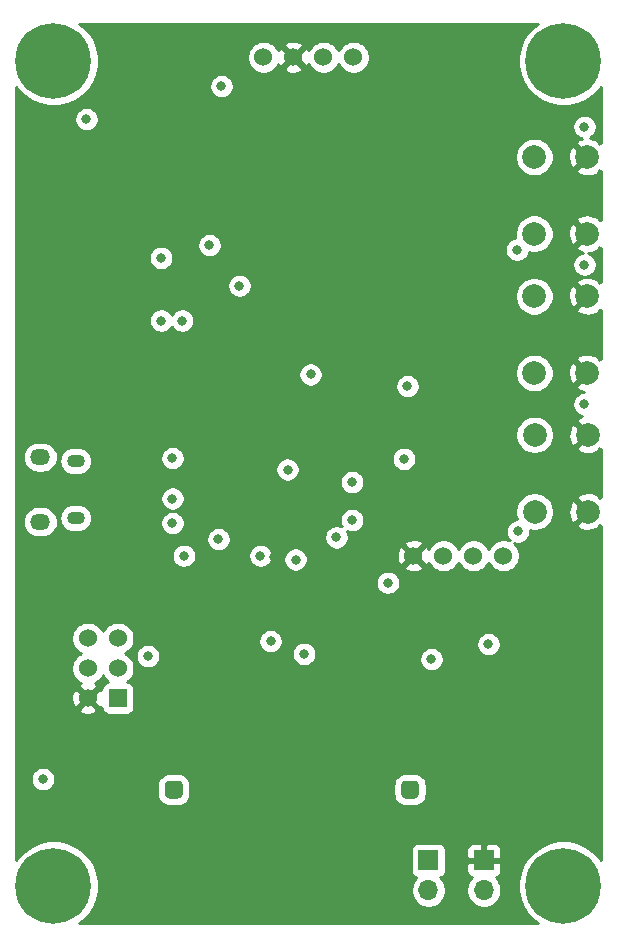
<source format=gbr>
%TF.GenerationSoftware,KiCad,Pcbnew,5.1.8-db9833491~87~ubuntu20.04.1*%
%TF.CreationDate,2020-11-19T17:12:54+01:00*%
%TF.ProjectId,custom-arduino-rtc-temperature-humidity,63757374-6f6d-42d6-9172-6475696e6f2d,rev?*%
%TF.SameCoordinates,Original*%
%TF.FileFunction,Copper,L2,Inr*%
%TF.FilePolarity,Positive*%
%FSLAX46Y46*%
G04 Gerber Fmt 4.6, Leading zero omitted, Abs format (unit mm)*
G04 Created by KiCad (PCBNEW 5.1.8-db9833491~87~ubuntu20.04.1) date 2020-11-19 17:12:54*
%MOMM*%
%LPD*%
G01*
G04 APERTURE LIST*
%TA.AperFunction,ComponentPad*%
%ADD10O,1.700000X1.700000*%
%TD*%
%TA.AperFunction,ComponentPad*%
%ADD11R,1.700000X1.700000*%
%TD*%
%TA.AperFunction,ComponentPad*%
%ADD12C,1.524000*%
%TD*%
%TA.AperFunction,ComponentPad*%
%ADD13C,2.000000*%
%TD*%
%TA.AperFunction,ComponentPad*%
%ADD14R,1.524000X1.524000*%
%TD*%
%TA.AperFunction,ComponentPad*%
%ADD15C,0.800000*%
%TD*%
%TA.AperFunction,ComponentPad*%
%ADD16C,6.400000*%
%TD*%
%TA.AperFunction,ComponentPad*%
%ADD17O,1.700000X1.350000*%
%TD*%
%TA.AperFunction,ComponentPad*%
%ADD18O,1.500000X1.100000*%
%TD*%
%TA.AperFunction,ViaPad*%
%ADD19C,0.800000*%
%TD*%
%TA.AperFunction,Conductor*%
%ADD20C,0.254000*%
%TD*%
%TA.AperFunction,Conductor*%
%ADD21C,0.100000*%
%TD*%
G04 APERTURE END LIST*
D10*
%TO.N,GND*%
%TO.C,J7*%
X139700000Y-94361000D03*
D11*
%TO.N,+3V3*%
X139700000Y-91821000D03*
%TD*%
D10*
%TO.N,GND*%
%TO.C,J6*%
X144399000Y-94361000D03*
D11*
%TO.N,+5V*%
X144399000Y-91821000D03*
%TD*%
%TO.N,GND*%
%TO.C,BT2*%
%TA.AperFunction,ComponentPad*%
G36*
G01*
X118905000Y-85457000D02*
X118905000Y-86219000D01*
G75*
G02*
X118524000Y-86600000I-381000J0D01*
G01*
X117762000Y-86600000D01*
G75*
G02*
X117381000Y-86219000I0J381000D01*
G01*
X117381000Y-85457000D01*
G75*
G02*
X117762000Y-85076000I381000J0D01*
G01*
X118524000Y-85076000D01*
G75*
G02*
X118905000Y-85457000I0J-381000D01*
G01*
G37*
%TD.AperFunction*%
%TO.N,VBAT*%
%TA.AperFunction,ComponentPad*%
G36*
G01*
X138905000Y-85457000D02*
X138905000Y-86219000D01*
G75*
G02*
X138524000Y-86600000I-381000J0D01*
G01*
X137762000Y-86600000D01*
G75*
G02*
X137381000Y-86219000I0J381000D01*
G01*
X137381000Y-85457000D01*
G75*
G02*
X137762000Y-85076000I381000J0D01*
G01*
X138524000Y-85076000D01*
G75*
G02*
X138905000Y-85457000I0J-381000D01*
G01*
G37*
%TD.AperFunction*%
%TD*%
D12*
%TO.N,SDA*%
%TO.C,J4*%
X133350000Y-23830000D03*
%TO.N,SCL*%
X130810000Y-23830000D03*
%TO.N,+5V*%
X128270000Y-23830000D03*
%TO.N,GND*%
X125730000Y-23830000D03*
%TD*%
%TO.N,+5V*%
%TO.C,J3*%
X138430000Y-66040000D03*
%TO.N,SDA*%
X146050000Y-66040000D03*
%TO.N,SCL*%
X143510000Y-66040000D03*
%TO.N,GND*%
X140970000Y-66040000D03*
%TD*%
D13*
%TO.N,+5V*%
%TO.C,SW3*%
X153187400Y-62303800D03*
%TO.N,BTN_DOWN*%
X148687400Y-62303800D03*
%TO.N,+5V*%
X153187400Y-55803800D03*
%TO.N,BTN_DOWN*%
X148687400Y-55803800D03*
%TD*%
%TO.N,+5V*%
%TO.C,SW2*%
X153162000Y-38783400D03*
%TO.N,BTN_UP*%
X148662000Y-38783400D03*
%TO.N,+5V*%
X153162000Y-32283400D03*
%TO.N,BTN_UP*%
X148662000Y-32283400D03*
%TD*%
%TO.N,+5V*%
%TO.C,SW1*%
X153162000Y-50569000D03*
%TO.N,BTN_SET*%
X148662000Y-50569000D03*
%TO.N,+5V*%
X153162000Y-44069000D03*
%TO.N,BTN_SET*%
X148662000Y-44069000D03*
%TD*%
D12*
%TO.N,GND*%
%TO.C,J1*%
X110871000Y-73025000D03*
%TO.N,RESET*%
X113411000Y-73025000D03*
%TO.N,MOSI*%
X110871000Y-75565000D03*
%TO.N,SCK*%
X113411000Y-75565000D03*
%TO.N,+5V*%
X110871000Y-78105000D03*
D14*
%TO.N,MISO*%
X113411000Y-78105000D03*
%TD*%
D15*
%TO.N,GND*%
%TO.C,H4*%
X152827056Y-92282944D03*
X151130000Y-91580000D03*
X149432944Y-92282944D03*
X148730000Y-93980000D03*
X149432944Y-95677056D03*
X151130000Y-96380000D03*
X152827056Y-95677056D03*
X153530000Y-93980000D03*
D16*
X151130000Y-93980000D03*
%TD*%
D17*
%TO.N,GND*%
%TO.C,J2*%
X106835000Y-63157000D03*
X106835000Y-57697000D03*
D18*
X109835000Y-62847000D03*
X109835000Y-58007000D03*
%TD*%
D15*
%TO.N,GND*%
%TO.C,H3*%
X152827056Y-22432944D03*
X151130000Y-21730000D03*
X149432944Y-22432944D03*
X148730000Y-24130000D03*
X149432944Y-25827056D03*
X151130000Y-26530000D03*
X152827056Y-25827056D03*
X153530000Y-24130000D03*
D16*
X151130000Y-24130000D03*
%TD*%
D15*
%TO.N,GND*%
%TO.C,H2*%
X109647056Y-92282944D03*
X107950000Y-91580000D03*
X106252944Y-92282944D03*
X105550000Y-93980000D03*
X106252944Y-95677056D03*
X107950000Y-96380000D03*
X109647056Y-95677056D03*
X110350000Y-93980000D03*
D16*
X107950000Y-93980000D03*
%TD*%
D15*
%TO.N,GND*%
%TO.C,H1*%
X109647056Y-22432944D03*
X107950000Y-21730000D03*
X106252944Y-22432944D03*
X105550000Y-24130000D03*
X106252944Y-25827056D03*
X107950000Y-26530000D03*
X109647056Y-25827056D03*
X110350000Y-24130000D03*
D16*
X107950000Y-24130000D03*
%TD*%
D19*
%TO.N,GND*%
X127774700Y-58750200D03*
X128460500Y-66370200D03*
X144780000Y-73533000D03*
X139954000Y-74803000D03*
X129730500Y-50685700D03*
X152908000Y-53213000D03*
X152908000Y-41402000D03*
X152908000Y-29718000D03*
X129184400Y-74358500D03*
X118033800Y-57772300D03*
X118033800Y-61201300D03*
X118033800Y-63271400D03*
X137618349Y-57835800D03*
X126339600Y-73266300D03*
X117068600Y-40817800D03*
X117068600Y-46139100D03*
X118859300Y-46139100D03*
X137922000Y-51689000D03*
X110744000Y-29083000D03*
X122174000Y-26289000D03*
X107061000Y-84963000D03*
%TO.N,RESET*%
X125476000Y-66040000D03*
X118999000Y-66040000D03*
%TO.N,SCK*%
X121920000Y-64643000D03*
X115951000Y-74549000D03*
%TO.N,+5V*%
X133858000Y-65405000D03*
X125222000Y-63119000D03*
X125222000Y-59055000D03*
X113792000Y-68072000D03*
X126619000Y-66167000D03*
X133477000Y-54229000D03*
X139827000Y-70893010D03*
X125476000Y-53975000D03*
X109626400Y-49136300D03*
X106794300Y-50647600D03*
X112204500Y-50647600D03*
X118745000Y-26416000D03*
%TO.N,BTN_SET*%
X131902200Y-64477900D03*
%TO.N,BTN_UP*%
X133235700Y-59817000D03*
X147205700Y-40132000D03*
%TO.N,BTN_DOWN*%
X133248400Y-63030100D03*
X147281900Y-63982600D03*
%TO.N,+3V3*%
X123698000Y-43180000D03*
X121158000Y-39751000D03*
%TO.N,CTS*%
X136271000Y-68326000D03*
%TD*%
D20*
%TO.N,+5V*%
X148685330Y-21151161D02*
X148151161Y-21685330D01*
X147731467Y-22313446D01*
X147442377Y-23011372D01*
X147295000Y-23752285D01*
X147295000Y-24507715D01*
X147442377Y-25248628D01*
X147731467Y-25946554D01*
X148151161Y-26574670D01*
X148685330Y-27108839D01*
X149313446Y-27528533D01*
X150011372Y-27817623D01*
X150752285Y-27965000D01*
X151507715Y-27965000D01*
X152248628Y-27817623D01*
X152946554Y-27528533D01*
X153574670Y-27108839D01*
X154108839Y-26574670D01*
X154280000Y-26318510D01*
X154280000Y-31078842D01*
X154233475Y-31032317D01*
X154117807Y-31147985D01*
X154022044Y-30883586D01*
X153732429Y-30742696D01*
X153420892Y-30661016D01*
X153346713Y-30656555D01*
X153398256Y-30635205D01*
X153567774Y-30521937D01*
X153711937Y-30377774D01*
X153825205Y-30208256D01*
X153903226Y-30019898D01*
X153943000Y-29819939D01*
X153943000Y-29616061D01*
X153903226Y-29416102D01*
X153825205Y-29227744D01*
X153711937Y-29058226D01*
X153567774Y-28914063D01*
X153398256Y-28800795D01*
X153209898Y-28722774D01*
X153009939Y-28683000D01*
X152806061Y-28683000D01*
X152606102Y-28722774D01*
X152417744Y-28800795D01*
X152248226Y-28914063D01*
X152104063Y-29058226D01*
X151990795Y-29227744D01*
X151912774Y-29416102D01*
X151873000Y-29616061D01*
X151873000Y-29819939D01*
X151912774Y-30019898D01*
X151990795Y-30208256D01*
X152104063Y-30377774D01*
X152248226Y-30521937D01*
X152417744Y-30635205D01*
X152606102Y-30713226D01*
X152665623Y-30725065D01*
X152475912Y-30790605D01*
X152301956Y-30883586D01*
X152206192Y-31147987D01*
X153162000Y-32103795D01*
X153176143Y-32089653D01*
X153355748Y-32269258D01*
X153341605Y-32283400D01*
X153355748Y-32297543D01*
X153176143Y-32477148D01*
X153162000Y-32463005D01*
X152206192Y-33418813D01*
X152301956Y-33683214D01*
X152591571Y-33824104D01*
X152903108Y-33905784D01*
X153224595Y-33925118D01*
X153543675Y-33881361D01*
X153848088Y-33776195D01*
X154022044Y-33683214D01*
X154117807Y-33418815D01*
X154233475Y-33534483D01*
X154280000Y-33487958D01*
X154280000Y-37578842D01*
X154233475Y-37532317D01*
X154117807Y-37647985D01*
X154022044Y-37383586D01*
X153732429Y-37242696D01*
X153420892Y-37161016D01*
X153099405Y-37141682D01*
X152780325Y-37185439D01*
X152475912Y-37290605D01*
X152301956Y-37383586D01*
X152206192Y-37647987D01*
X153162000Y-38603795D01*
X153176143Y-38589653D01*
X153355748Y-38769258D01*
X153341605Y-38783400D01*
X153355748Y-38797543D01*
X153176143Y-38977148D01*
X153162000Y-38963005D01*
X152206192Y-39918813D01*
X152301956Y-40183214D01*
X152591571Y-40324104D01*
X152777130Y-40372755D01*
X152606102Y-40406774D01*
X152417744Y-40484795D01*
X152248226Y-40598063D01*
X152104063Y-40742226D01*
X151990795Y-40911744D01*
X151912774Y-41100102D01*
X151873000Y-41300061D01*
X151873000Y-41503939D01*
X151912774Y-41703898D01*
X151990795Y-41892256D01*
X152104063Y-42061774D01*
X152248226Y-42205937D01*
X152417744Y-42319205D01*
X152606102Y-42397226D01*
X152806061Y-42437000D01*
X153009939Y-42437000D01*
X153209898Y-42397226D01*
X153398256Y-42319205D01*
X153567774Y-42205937D01*
X153711937Y-42061774D01*
X153825205Y-41892256D01*
X153903226Y-41703898D01*
X153943000Y-41503939D01*
X153943000Y-41300061D01*
X153903226Y-41100102D01*
X153825205Y-40911744D01*
X153711937Y-40742226D01*
X153567774Y-40598063D01*
X153398256Y-40484795D01*
X153246824Y-40422070D01*
X153543675Y-40381361D01*
X153848088Y-40276195D01*
X154022044Y-40183214D01*
X154117807Y-39918815D01*
X154233475Y-40034483D01*
X154280000Y-39987958D01*
X154280000Y-42864442D01*
X154233475Y-42817917D01*
X154117807Y-42933585D01*
X154022044Y-42669186D01*
X153732429Y-42528296D01*
X153420892Y-42446616D01*
X153099405Y-42427282D01*
X152780325Y-42471039D01*
X152475912Y-42576205D01*
X152301956Y-42669186D01*
X152206192Y-42933587D01*
X153162000Y-43889395D01*
X153176143Y-43875253D01*
X153355748Y-44054858D01*
X153341605Y-44069000D01*
X153355748Y-44083143D01*
X153176143Y-44262748D01*
X153162000Y-44248605D01*
X152206192Y-45204413D01*
X152301956Y-45468814D01*
X152591571Y-45609704D01*
X152903108Y-45691384D01*
X153224595Y-45710718D01*
X153543675Y-45666961D01*
X153848088Y-45561795D01*
X154022044Y-45468814D01*
X154117807Y-45204415D01*
X154233475Y-45320083D01*
X154280000Y-45273558D01*
X154280000Y-49364442D01*
X154233475Y-49317917D01*
X154117807Y-49433585D01*
X154022044Y-49169186D01*
X153732429Y-49028296D01*
X153420892Y-48946616D01*
X153099405Y-48927282D01*
X152780325Y-48971039D01*
X152475912Y-49076205D01*
X152301956Y-49169186D01*
X152206192Y-49433587D01*
X153162000Y-50389395D01*
X153176143Y-50375253D01*
X153355748Y-50554858D01*
X153341605Y-50569000D01*
X153355748Y-50583143D01*
X153176143Y-50762748D01*
X153162000Y-50748605D01*
X152206192Y-51704413D01*
X152301956Y-51968814D01*
X152591571Y-52109704D01*
X152852060Y-52178000D01*
X152806061Y-52178000D01*
X152606102Y-52217774D01*
X152417744Y-52295795D01*
X152248226Y-52409063D01*
X152104063Y-52553226D01*
X151990795Y-52722744D01*
X151912774Y-52911102D01*
X151873000Y-53111061D01*
X151873000Y-53314939D01*
X151912774Y-53514898D01*
X151990795Y-53703256D01*
X152104063Y-53872774D01*
X152248226Y-54016937D01*
X152417744Y-54130205D01*
X152606102Y-54208226D01*
X152728400Y-54232552D01*
X152501312Y-54311005D01*
X152327356Y-54403986D01*
X152231592Y-54668387D01*
X153187400Y-55624195D01*
X153201543Y-55610053D01*
X153381148Y-55789658D01*
X153367005Y-55803800D01*
X153381148Y-55817943D01*
X153201543Y-55997548D01*
X153187400Y-55983405D01*
X152231592Y-56939213D01*
X152327356Y-57203614D01*
X152616971Y-57344504D01*
X152928508Y-57426184D01*
X153249995Y-57445518D01*
X153569075Y-57401761D01*
X153873488Y-57296595D01*
X154047444Y-57203614D01*
X154143207Y-56939215D01*
X154258875Y-57054883D01*
X154280000Y-57033758D01*
X154280001Y-61073843D01*
X154258875Y-61052717D01*
X154143207Y-61168385D01*
X154047444Y-60903986D01*
X153757829Y-60763096D01*
X153446292Y-60681416D01*
X153124805Y-60662082D01*
X152805725Y-60705839D01*
X152501312Y-60811005D01*
X152327356Y-60903986D01*
X152231592Y-61168387D01*
X153187400Y-62124195D01*
X153201543Y-62110053D01*
X153381148Y-62289658D01*
X153367005Y-62303800D01*
X153381148Y-62317943D01*
X153201543Y-62497548D01*
X153187400Y-62483405D01*
X152231592Y-63439213D01*
X152327356Y-63703614D01*
X152616971Y-63844504D01*
X152928508Y-63926184D01*
X153249995Y-63945518D01*
X153569075Y-63901761D01*
X153873488Y-63796595D01*
X154047444Y-63703614D01*
X154143207Y-63439215D01*
X154258875Y-63554883D01*
X154280001Y-63533757D01*
X154280001Y-91791492D01*
X154108839Y-91535330D01*
X153574670Y-91001161D01*
X152946554Y-90581467D01*
X152248628Y-90292377D01*
X151507715Y-90145000D01*
X150752285Y-90145000D01*
X150011372Y-90292377D01*
X149313446Y-90581467D01*
X148685330Y-91001161D01*
X148151161Y-91535330D01*
X147731467Y-92163446D01*
X147442377Y-92861372D01*
X147295000Y-93602285D01*
X147295000Y-94357715D01*
X147442377Y-95098628D01*
X147731467Y-95796554D01*
X148151161Y-96424670D01*
X148685330Y-96958839D01*
X148941490Y-97130000D01*
X110138510Y-97130000D01*
X110394670Y-96958839D01*
X110928839Y-96424670D01*
X111348533Y-95796554D01*
X111637623Y-95098628D01*
X111785000Y-94357715D01*
X111785000Y-93602285D01*
X111637623Y-92861372D01*
X111348533Y-92163446D01*
X110928839Y-91535330D01*
X110394670Y-91001161D01*
X110349531Y-90971000D01*
X138211928Y-90971000D01*
X138211928Y-92671000D01*
X138224188Y-92795482D01*
X138260498Y-92915180D01*
X138319463Y-93025494D01*
X138398815Y-93122185D01*
X138495506Y-93201537D01*
X138605820Y-93260502D01*
X138678380Y-93282513D01*
X138546525Y-93414368D01*
X138384010Y-93657589D01*
X138272068Y-93927842D01*
X138215000Y-94214740D01*
X138215000Y-94507260D01*
X138272068Y-94794158D01*
X138384010Y-95064411D01*
X138546525Y-95307632D01*
X138753368Y-95514475D01*
X138996589Y-95676990D01*
X139266842Y-95788932D01*
X139553740Y-95846000D01*
X139846260Y-95846000D01*
X140133158Y-95788932D01*
X140403411Y-95676990D01*
X140646632Y-95514475D01*
X140853475Y-95307632D01*
X141015990Y-95064411D01*
X141127932Y-94794158D01*
X141185000Y-94507260D01*
X141185000Y-94214740D01*
X141127932Y-93927842D01*
X141015990Y-93657589D01*
X140853475Y-93414368D01*
X140721620Y-93282513D01*
X140794180Y-93260502D01*
X140904494Y-93201537D01*
X141001185Y-93122185D01*
X141080537Y-93025494D01*
X141139502Y-92915180D01*
X141175812Y-92795482D01*
X141188072Y-92671000D01*
X142910928Y-92671000D01*
X142923188Y-92795482D01*
X142959498Y-92915180D01*
X143018463Y-93025494D01*
X143097815Y-93122185D01*
X143194506Y-93201537D01*
X143304820Y-93260502D01*
X143377380Y-93282513D01*
X143245525Y-93414368D01*
X143083010Y-93657589D01*
X142971068Y-93927842D01*
X142914000Y-94214740D01*
X142914000Y-94507260D01*
X142971068Y-94794158D01*
X143083010Y-95064411D01*
X143245525Y-95307632D01*
X143452368Y-95514475D01*
X143695589Y-95676990D01*
X143965842Y-95788932D01*
X144252740Y-95846000D01*
X144545260Y-95846000D01*
X144832158Y-95788932D01*
X145102411Y-95676990D01*
X145345632Y-95514475D01*
X145552475Y-95307632D01*
X145714990Y-95064411D01*
X145826932Y-94794158D01*
X145884000Y-94507260D01*
X145884000Y-94214740D01*
X145826932Y-93927842D01*
X145714990Y-93657589D01*
X145552475Y-93414368D01*
X145420620Y-93282513D01*
X145493180Y-93260502D01*
X145603494Y-93201537D01*
X145700185Y-93122185D01*
X145779537Y-93025494D01*
X145838502Y-92915180D01*
X145874812Y-92795482D01*
X145887072Y-92671000D01*
X145884000Y-92106750D01*
X145725250Y-91948000D01*
X144526000Y-91948000D01*
X144526000Y-91968000D01*
X144272000Y-91968000D01*
X144272000Y-91948000D01*
X143072750Y-91948000D01*
X142914000Y-92106750D01*
X142910928Y-92671000D01*
X141188072Y-92671000D01*
X141188072Y-90971000D01*
X142910928Y-90971000D01*
X142914000Y-91535250D01*
X143072750Y-91694000D01*
X144272000Y-91694000D01*
X144272000Y-90494750D01*
X144526000Y-90494750D01*
X144526000Y-91694000D01*
X145725250Y-91694000D01*
X145884000Y-91535250D01*
X145887072Y-90971000D01*
X145874812Y-90846518D01*
X145838502Y-90726820D01*
X145779537Y-90616506D01*
X145700185Y-90519815D01*
X145603494Y-90440463D01*
X145493180Y-90381498D01*
X145373482Y-90345188D01*
X145249000Y-90332928D01*
X144684750Y-90336000D01*
X144526000Y-90494750D01*
X144272000Y-90494750D01*
X144113250Y-90336000D01*
X143549000Y-90332928D01*
X143424518Y-90345188D01*
X143304820Y-90381498D01*
X143194506Y-90440463D01*
X143097815Y-90519815D01*
X143018463Y-90616506D01*
X142959498Y-90726820D01*
X142923188Y-90846518D01*
X142910928Y-90971000D01*
X141188072Y-90971000D01*
X141175812Y-90846518D01*
X141139502Y-90726820D01*
X141080537Y-90616506D01*
X141001185Y-90519815D01*
X140904494Y-90440463D01*
X140794180Y-90381498D01*
X140674482Y-90345188D01*
X140550000Y-90332928D01*
X138850000Y-90332928D01*
X138725518Y-90345188D01*
X138605820Y-90381498D01*
X138495506Y-90440463D01*
X138398815Y-90519815D01*
X138319463Y-90616506D01*
X138260498Y-90726820D01*
X138224188Y-90846518D01*
X138211928Y-90971000D01*
X110349531Y-90971000D01*
X109766554Y-90581467D01*
X109068628Y-90292377D01*
X108327715Y-90145000D01*
X107572285Y-90145000D01*
X106831372Y-90292377D01*
X106133446Y-90581467D01*
X105505330Y-91001161D01*
X104971161Y-91535330D01*
X104800000Y-91791490D01*
X104800000Y-84861061D01*
X106026000Y-84861061D01*
X106026000Y-85064939D01*
X106065774Y-85264898D01*
X106143795Y-85453256D01*
X106257063Y-85622774D01*
X106401226Y-85766937D01*
X106570744Y-85880205D01*
X106759102Y-85958226D01*
X106959061Y-85998000D01*
X107162939Y-85998000D01*
X107362898Y-85958226D01*
X107551256Y-85880205D01*
X107720774Y-85766937D01*
X107864937Y-85622774D01*
X107975703Y-85457000D01*
X116742928Y-85457000D01*
X116742928Y-86219000D01*
X116762509Y-86417811D01*
X116820500Y-86608982D01*
X116914673Y-86785166D01*
X117041407Y-86939593D01*
X117195834Y-87066327D01*
X117372018Y-87160500D01*
X117563189Y-87218491D01*
X117762000Y-87238072D01*
X118524000Y-87238072D01*
X118722811Y-87218491D01*
X118913982Y-87160500D01*
X119090166Y-87066327D01*
X119244593Y-86939593D01*
X119371327Y-86785166D01*
X119465500Y-86608982D01*
X119523491Y-86417811D01*
X119543072Y-86219000D01*
X119543072Y-85457000D01*
X136742928Y-85457000D01*
X136742928Y-86219000D01*
X136762509Y-86417811D01*
X136820500Y-86608982D01*
X136914673Y-86785166D01*
X137041407Y-86939593D01*
X137195834Y-87066327D01*
X137372018Y-87160500D01*
X137563189Y-87218491D01*
X137762000Y-87238072D01*
X138524000Y-87238072D01*
X138722811Y-87218491D01*
X138913982Y-87160500D01*
X139090166Y-87066327D01*
X139244593Y-86939593D01*
X139371327Y-86785166D01*
X139465500Y-86608982D01*
X139523491Y-86417811D01*
X139543072Y-86219000D01*
X139543072Y-85457000D01*
X139523491Y-85258189D01*
X139465500Y-85067018D01*
X139371327Y-84890834D01*
X139244593Y-84736407D01*
X139090166Y-84609673D01*
X138913982Y-84515500D01*
X138722811Y-84457509D01*
X138524000Y-84437928D01*
X137762000Y-84437928D01*
X137563189Y-84457509D01*
X137372018Y-84515500D01*
X137195834Y-84609673D01*
X137041407Y-84736407D01*
X136914673Y-84890834D01*
X136820500Y-85067018D01*
X136762509Y-85258189D01*
X136742928Y-85457000D01*
X119543072Y-85457000D01*
X119523491Y-85258189D01*
X119465500Y-85067018D01*
X119371327Y-84890834D01*
X119244593Y-84736407D01*
X119090166Y-84609673D01*
X118913982Y-84515500D01*
X118722811Y-84457509D01*
X118524000Y-84437928D01*
X117762000Y-84437928D01*
X117563189Y-84457509D01*
X117372018Y-84515500D01*
X117195834Y-84609673D01*
X117041407Y-84736407D01*
X116914673Y-84890834D01*
X116820500Y-85067018D01*
X116762509Y-85258189D01*
X116742928Y-85457000D01*
X107975703Y-85457000D01*
X107978205Y-85453256D01*
X108056226Y-85264898D01*
X108096000Y-85064939D01*
X108096000Y-84861061D01*
X108056226Y-84661102D01*
X107978205Y-84472744D01*
X107864937Y-84303226D01*
X107720774Y-84159063D01*
X107551256Y-84045795D01*
X107362898Y-83967774D01*
X107162939Y-83928000D01*
X106959061Y-83928000D01*
X106759102Y-83967774D01*
X106570744Y-84045795D01*
X106401226Y-84159063D01*
X106257063Y-84303226D01*
X106143795Y-84472744D01*
X106065774Y-84661102D01*
X106026000Y-84861061D01*
X104800000Y-84861061D01*
X104800000Y-79070565D01*
X110085040Y-79070565D01*
X110152020Y-79310656D01*
X110401048Y-79427756D01*
X110668135Y-79494023D01*
X110943017Y-79506910D01*
X111215133Y-79465922D01*
X111474023Y-79372636D01*
X111589980Y-79310656D01*
X111656960Y-79070565D01*
X110871000Y-78284605D01*
X110085040Y-79070565D01*
X104800000Y-79070565D01*
X104800000Y-78177017D01*
X109469090Y-78177017D01*
X109510078Y-78449133D01*
X109603364Y-78708023D01*
X109665344Y-78823980D01*
X109905435Y-78890960D01*
X110691395Y-78105000D01*
X109905435Y-77319040D01*
X109665344Y-77386020D01*
X109548244Y-77635048D01*
X109481977Y-77902135D01*
X109469090Y-78177017D01*
X104800000Y-78177017D01*
X104800000Y-72887408D01*
X109474000Y-72887408D01*
X109474000Y-73162592D01*
X109527686Y-73432490D01*
X109632995Y-73686727D01*
X109785880Y-73915535D01*
X109980465Y-74110120D01*
X110209273Y-74263005D01*
X110286515Y-74295000D01*
X110209273Y-74326995D01*
X109980465Y-74479880D01*
X109785880Y-74674465D01*
X109632995Y-74903273D01*
X109527686Y-75157510D01*
X109474000Y-75427408D01*
X109474000Y-75702592D01*
X109527686Y-75972490D01*
X109632995Y-76226727D01*
X109785880Y-76455535D01*
X109980465Y-76650120D01*
X110209273Y-76803005D01*
X110280943Y-76832692D01*
X110267977Y-76837364D01*
X110152020Y-76899344D01*
X110085040Y-77139435D01*
X110871000Y-77925395D01*
X111656960Y-77139435D01*
X111589980Y-76899344D01*
X111454240Y-76835515D01*
X111532727Y-76803005D01*
X111761535Y-76650120D01*
X111956120Y-76455535D01*
X112109005Y-76226727D01*
X112141000Y-76149485D01*
X112172995Y-76226727D01*
X112325880Y-76455535D01*
X112520465Y-76650120D01*
X112608465Y-76708920D01*
X112524518Y-76717188D01*
X112404820Y-76753498D01*
X112294506Y-76812463D01*
X112197815Y-76891815D01*
X112118463Y-76988506D01*
X112059498Y-77098820D01*
X112023188Y-77218518D01*
X112010928Y-77343000D01*
X112010928Y-77367683D01*
X111836565Y-77319040D01*
X111050605Y-78105000D01*
X111836565Y-78890960D01*
X112010928Y-78842317D01*
X112010928Y-78867000D01*
X112023188Y-78991482D01*
X112059498Y-79111180D01*
X112118463Y-79221494D01*
X112197815Y-79318185D01*
X112294506Y-79397537D01*
X112404820Y-79456502D01*
X112524518Y-79492812D01*
X112649000Y-79505072D01*
X114173000Y-79505072D01*
X114297482Y-79492812D01*
X114417180Y-79456502D01*
X114527494Y-79397537D01*
X114624185Y-79318185D01*
X114703537Y-79221494D01*
X114762502Y-79111180D01*
X114798812Y-78991482D01*
X114811072Y-78867000D01*
X114811072Y-77343000D01*
X114798812Y-77218518D01*
X114762502Y-77098820D01*
X114703537Y-76988506D01*
X114624185Y-76891815D01*
X114527494Y-76812463D01*
X114417180Y-76753498D01*
X114297482Y-76717188D01*
X114213535Y-76708920D01*
X114301535Y-76650120D01*
X114496120Y-76455535D01*
X114649005Y-76226727D01*
X114754314Y-75972490D01*
X114808000Y-75702592D01*
X114808000Y-75427408D01*
X114754314Y-75157510D01*
X114649005Y-74903273D01*
X114496120Y-74674465D01*
X114301535Y-74479880D01*
X114252419Y-74447061D01*
X114916000Y-74447061D01*
X114916000Y-74650939D01*
X114955774Y-74850898D01*
X115033795Y-75039256D01*
X115147063Y-75208774D01*
X115291226Y-75352937D01*
X115460744Y-75466205D01*
X115649102Y-75544226D01*
X115849061Y-75584000D01*
X116052939Y-75584000D01*
X116252898Y-75544226D01*
X116441256Y-75466205D01*
X116610774Y-75352937D01*
X116754937Y-75208774D01*
X116868205Y-75039256D01*
X116946226Y-74850898D01*
X116986000Y-74650939D01*
X116986000Y-74447061D01*
X116946226Y-74247102D01*
X116868205Y-74058744D01*
X116754937Y-73889226D01*
X116610774Y-73745063D01*
X116441256Y-73631795D01*
X116252898Y-73553774D01*
X116052939Y-73514000D01*
X115849061Y-73514000D01*
X115649102Y-73553774D01*
X115460744Y-73631795D01*
X115291226Y-73745063D01*
X115147063Y-73889226D01*
X115033795Y-74058744D01*
X114955774Y-74247102D01*
X114916000Y-74447061D01*
X114252419Y-74447061D01*
X114072727Y-74326995D01*
X113995485Y-74295000D01*
X114072727Y-74263005D01*
X114301535Y-74110120D01*
X114496120Y-73915535D01*
X114649005Y-73686727D01*
X114754314Y-73432490D01*
X114807648Y-73164361D01*
X125304600Y-73164361D01*
X125304600Y-73368239D01*
X125344374Y-73568198D01*
X125422395Y-73756556D01*
X125535663Y-73926074D01*
X125679826Y-74070237D01*
X125849344Y-74183505D01*
X126037702Y-74261526D01*
X126237661Y-74301300D01*
X126441539Y-74301300D01*
X126641498Y-74261526D01*
X126653484Y-74256561D01*
X128149400Y-74256561D01*
X128149400Y-74460439D01*
X128189174Y-74660398D01*
X128267195Y-74848756D01*
X128380463Y-75018274D01*
X128524626Y-75162437D01*
X128694144Y-75275705D01*
X128882502Y-75353726D01*
X129082461Y-75393500D01*
X129286339Y-75393500D01*
X129486298Y-75353726D01*
X129674656Y-75275705D01*
X129844174Y-75162437D01*
X129988337Y-75018274D01*
X130101605Y-74848756D01*
X130162782Y-74701061D01*
X138919000Y-74701061D01*
X138919000Y-74904939D01*
X138958774Y-75104898D01*
X139036795Y-75293256D01*
X139150063Y-75462774D01*
X139294226Y-75606937D01*
X139463744Y-75720205D01*
X139652102Y-75798226D01*
X139852061Y-75838000D01*
X140055939Y-75838000D01*
X140255898Y-75798226D01*
X140444256Y-75720205D01*
X140613774Y-75606937D01*
X140757937Y-75462774D01*
X140871205Y-75293256D01*
X140949226Y-75104898D01*
X140989000Y-74904939D01*
X140989000Y-74701061D01*
X140949226Y-74501102D01*
X140871205Y-74312744D01*
X140757937Y-74143226D01*
X140613774Y-73999063D01*
X140444256Y-73885795D01*
X140255898Y-73807774D01*
X140055939Y-73768000D01*
X139852061Y-73768000D01*
X139652102Y-73807774D01*
X139463744Y-73885795D01*
X139294226Y-73999063D01*
X139150063Y-74143226D01*
X139036795Y-74312744D01*
X138958774Y-74501102D01*
X138919000Y-74701061D01*
X130162782Y-74701061D01*
X130179626Y-74660398D01*
X130219400Y-74460439D01*
X130219400Y-74256561D01*
X130179626Y-74056602D01*
X130101605Y-73868244D01*
X129988337Y-73698726D01*
X129844174Y-73554563D01*
X129674656Y-73441295D01*
X129649950Y-73431061D01*
X143745000Y-73431061D01*
X143745000Y-73634939D01*
X143784774Y-73834898D01*
X143862795Y-74023256D01*
X143976063Y-74192774D01*
X144120226Y-74336937D01*
X144289744Y-74450205D01*
X144478102Y-74528226D01*
X144678061Y-74568000D01*
X144881939Y-74568000D01*
X145081898Y-74528226D01*
X145270256Y-74450205D01*
X145439774Y-74336937D01*
X145583937Y-74192774D01*
X145697205Y-74023256D01*
X145775226Y-73834898D01*
X145815000Y-73634939D01*
X145815000Y-73431061D01*
X145775226Y-73231102D01*
X145697205Y-73042744D01*
X145583937Y-72873226D01*
X145439774Y-72729063D01*
X145270256Y-72615795D01*
X145081898Y-72537774D01*
X144881939Y-72498000D01*
X144678061Y-72498000D01*
X144478102Y-72537774D01*
X144289744Y-72615795D01*
X144120226Y-72729063D01*
X143976063Y-72873226D01*
X143862795Y-73042744D01*
X143784774Y-73231102D01*
X143745000Y-73431061D01*
X129649950Y-73431061D01*
X129486298Y-73363274D01*
X129286339Y-73323500D01*
X129082461Y-73323500D01*
X128882502Y-73363274D01*
X128694144Y-73441295D01*
X128524626Y-73554563D01*
X128380463Y-73698726D01*
X128267195Y-73868244D01*
X128189174Y-74056602D01*
X128149400Y-74256561D01*
X126653484Y-74256561D01*
X126829856Y-74183505D01*
X126999374Y-74070237D01*
X127143537Y-73926074D01*
X127256805Y-73756556D01*
X127334826Y-73568198D01*
X127374600Y-73368239D01*
X127374600Y-73164361D01*
X127334826Y-72964402D01*
X127256805Y-72776044D01*
X127143537Y-72606526D01*
X126999374Y-72462363D01*
X126829856Y-72349095D01*
X126641498Y-72271074D01*
X126441539Y-72231300D01*
X126237661Y-72231300D01*
X126037702Y-72271074D01*
X125849344Y-72349095D01*
X125679826Y-72462363D01*
X125535663Y-72606526D01*
X125422395Y-72776044D01*
X125344374Y-72964402D01*
X125304600Y-73164361D01*
X114807648Y-73164361D01*
X114808000Y-73162592D01*
X114808000Y-72887408D01*
X114754314Y-72617510D01*
X114649005Y-72363273D01*
X114496120Y-72134465D01*
X114301535Y-71939880D01*
X114072727Y-71786995D01*
X113818490Y-71681686D01*
X113548592Y-71628000D01*
X113273408Y-71628000D01*
X113003510Y-71681686D01*
X112749273Y-71786995D01*
X112520465Y-71939880D01*
X112325880Y-72134465D01*
X112172995Y-72363273D01*
X112141000Y-72440515D01*
X112109005Y-72363273D01*
X111956120Y-72134465D01*
X111761535Y-71939880D01*
X111532727Y-71786995D01*
X111278490Y-71681686D01*
X111008592Y-71628000D01*
X110733408Y-71628000D01*
X110463510Y-71681686D01*
X110209273Y-71786995D01*
X109980465Y-71939880D01*
X109785880Y-72134465D01*
X109632995Y-72363273D01*
X109527686Y-72617510D01*
X109474000Y-72887408D01*
X104800000Y-72887408D01*
X104800000Y-68224061D01*
X135236000Y-68224061D01*
X135236000Y-68427939D01*
X135275774Y-68627898D01*
X135353795Y-68816256D01*
X135467063Y-68985774D01*
X135611226Y-69129937D01*
X135780744Y-69243205D01*
X135969102Y-69321226D01*
X136169061Y-69361000D01*
X136372939Y-69361000D01*
X136572898Y-69321226D01*
X136761256Y-69243205D01*
X136930774Y-69129937D01*
X137074937Y-68985774D01*
X137188205Y-68816256D01*
X137266226Y-68627898D01*
X137306000Y-68427939D01*
X137306000Y-68224061D01*
X137266226Y-68024102D01*
X137188205Y-67835744D01*
X137074937Y-67666226D01*
X136930774Y-67522063D01*
X136761256Y-67408795D01*
X136572898Y-67330774D01*
X136372939Y-67291000D01*
X136169061Y-67291000D01*
X135969102Y-67330774D01*
X135780744Y-67408795D01*
X135611226Y-67522063D01*
X135467063Y-67666226D01*
X135353795Y-67835744D01*
X135275774Y-68024102D01*
X135236000Y-68224061D01*
X104800000Y-68224061D01*
X104800000Y-65938061D01*
X117964000Y-65938061D01*
X117964000Y-66141939D01*
X118003774Y-66341898D01*
X118081795Y-66530256D01*
X118195063Y-66699774D01*
X118339226Y-66843937D01*
X118508744Y-66957205D01*
X118697102Y-67035226D01*
X118897061Y-67075000D01*
X119100939Y-67075000D01*
X119300898Y-67035226D01*
X119489256Y-66957205D01*
X119658774Y-66843937D01*
X119802937Y-66699774D01*
X119916205Y-66530256D01*
X119994226Y-66341898D01*
X120034000Y-66141939D01*
X120034000Y-65938061D01*
X124441000Y-65938061D01*
X124441000Y-66141939D01*
X124480774Y-66341898D01*
X124558795Y-66530256D01*
X124672063Y-66699774D01*
X124816226Y-66843937D01*
X124985744Y-66957205D01*
X125174102Y-67035226D01*
X125374061Y-67075000D01*
X125577939Y-67075000D01*
X125777898Y-67035226D01*
X125966256Y-66957205D01*
X126135774Y-66843937D01*
X126279937Y-66699774D01*
X126393205Y-66530256D01*
X126471226Y-66341898D01*
X126485873Y-66268261D01*
X127425500Y-66268261D01*
X127425500Y-66472139D01*
X127465274Y-66672098D01*
X127543295Y-66860456D01*
X127656563Y-67029974D01*
X127800726Y-67174137D01*
X127970244Y-67287405D01*
X128158602Y-67365426D01*
X128358561Y-67405200D01*
X128562439Y-67405200D01*
X128762398Y-67365426D01*
X128950756Y-67287405D01*
X129120274Y-67174137D01*
X129264437Y-67029974D01*
X129280746Y-67005565D01*
X137644040Y-67005565D01*
X137711020Y-67245656D01*
X137960048Y-67362756D01*
X138227135Y-67429023D01*
X138502017Y-67441910D01*
X138774133Y-67400922D01*
X139033023Y-67307636D01*
X139148980Y-67245656D01*
X139215960Y-67005565D01*
X138430000Y-66219605D01*
X137644040Y-67005565D01*
X129280746Y-67005565D01*
X129377705Y-66860456D01*
X129455726Y-66672098D01*
X129495500Y-66472139D01*
X129495500Y-66268261D01*
X129464422Y-66112017D01*
X137028090Y-66112017D01*
X137069078Y-66384133D01*
X137162364Y-66643023D01*
X137224344Y-66758980D01*
X137464435Y-66825960D01*
X138250395Y-66040000D01*
X138609605Y-66040000D01*
X139395565Y-66825960D01*
X139635656Y-66758980D01*
X139699485Y-66623240D01*
X139731995Y-66701727D01*
X139884880Y-66930535D01*
X140079465Y-67125120D01*
X140308273Y-67278005D01*
X140562510Y-67383314D01*
X140832408Y-67437000D01*
X141107592Y-67437000D01*
X141377490Y-67383314D01*
X141631727Y-67278005D01*
X141860535Y-67125120D01*
X142055120Y-66930535D01*
X142208005Y-66701727D01*
X142240000Y-66624485D01*
X142271995Y-66701727D01*
X142424880Y-66930535D01*
X142619465Y-67125120D01*
X142848273Y-67278005D01*
X143102510Y-67383314D01*
X143372408Y-67437000D01*
X143647592Y-67437000D01*
X143917490Y-67383314D01*
X144171727Y-67278005D01*
X144400535Y-67125120D01*
X144595120Y-66930535D01*
X144748005Y-66701727D01*
X144780000Y-66624485D01*
X144811995Y-66701727D01*
X144964880Y-66930535D01*
X145159465Y-67125120D01*
X145388273Y-67278005D01*
X145642510Y-67383314D01*
X145912408Y-67437000D01*
X146187592Y-67437000D01*
X146457490Y-67383314D01*
X146711727Y-67278005D01*
X146940535Y-67125120D01*
X147135120Y-66930535D01*
X147288005Y-66701727D01*
X147393314Y-66447490D01*
X147447000Y-66177592D01*
X147447000Y-65902408D01*
X147393314Y-65632510D01*
X147288005Y-65378273D01*
X147135120Y-65149465D01*
X146951799Y-64966144D01*
X146980002Y-64977826D01*
X147179961Y-65017600D01*
X147383839Y-65017600D01*
X147583798Y-64977826D01*
X147772156Y-64899805D01*
X147941674Y-64786537D01*
X148085837Y-64642374D01*
X148199105Y-64472856D01*
X148277126Y-64284498D01*
X148316900Y-64084539D01*
X148316900Y-63897135D01*
X148526367Y-63938800D01*
X148848433Y-63938800D01*
X149164312Y-63875968D01*
X149461863Y-63752718D01*
X149729652Y-63573787D01*
X149957387Y-63346052D01*
X150136318Y-63078263D01*
X150259568Y-62780712D01*
X150322400Y-62464833D01*
X150322400Y-62366395D01*
X151545682Y-62366395D01*
X151589439Y-62685475D01*
X151694605Y-62989888D01*
X151787586Y-63163844D01*
X152051987Y-63259608D01*
X153007795Y-62303800D01*
X152051987Y-61347992D01*
X151787586Y-61443756D01*
X151646696Y-61733371D01*
X151565016Y-62044908D01*
X151545682Y-62366395D01*
X150322400Y-62366395D01*
X150322400Y-62142767D01*
X150259568Y-61826888D01*
X150136318Y-61529337D01*
X149957387Y-61261548D01*
X149729652Y-61033813D01*
X149461863Y-60854882D01*
X149164312Y-60731632D01*
X148848433Y-60668800D01*
X148526367Y-60668800D01*
X148210488Y-60731632D01*
X147912937Y-60854882D01*
X147645148Y-61033813D01*
X147417413Y-61261548D01*
X147238482Y-61529337D01*
X147115232Y-61826888D01*
X147052400Y-62142767D01*
X147052400Y-62464833D01*
X147115232Y-62780712D01*
X147184359Y-62947600D01*
X147179961Y-62947600D01*
X146980002Y-62987374D01*
X146791644Y-63065395D01*
X146622126Y-63178663D01*
X146477963Y-63322826D01*
X146364695Y-63492344D01*
X146286674Y-63680702D01*
X146246900Y-63880661D01*
X146246900Y-64084539D01*
X146286674Y-64284498D01*
X146364695Y-64472856D01*
X146477963Y-64642374D01*
X146585156Y-64749567D01*
X146457490Y-64696686D01*
X146187592Y-64643000D01*
X145912408Y-64643000D01*
X145642510Y-64696686D01*
X145388273Y-64801995D01*
X145159465Y-64954880D01*
X144964880Y-65149465D01*
X144811995Y-65378273D01*
X144780000Y-65455515D01*
X144748005Y-65378273D01*
X144595120Y-65149465D01*
X144400535Y-64954880D01*
X144171727Y-64801995D01*
X143917490Y-64696686D01*
X143647592Y-64643000D01*
X143372408Y-64643000D01*
X143102510Y-64696686D01*
X142848273Y-64801995D01*
X142619465Y-64954880D01*
X142424880Y-65149465D01*
X142271995Y-65378273D01*
X142240000Y-65455515D01*
X142208005Y-65378273D01*
X142055120Y-65149465D01*
X141860535Y-64954880D01*
X141631727Y-64801995D01*
X141377490Y-64696686D01*
X141107592Y-64643000D01*
X140832408Y-64643000D01*
X140562510Y-64696686D01*
X140308273Y-64801995D01*
X140079465Y-64954880D01*
X139884880Y-65149465D01*
X139731995Y-65378273D01*
X139702308Y-65449943D01*
X139697636Y-65436977D01*
X139635656Y-65321020D01*
X139395565Y-65254040D01*
X138609605Y-66040000D01*
X138250395Y-66040000D01*
X137464435Y-65254040D01*
X137224344Y-65321020D01*
X137107244Y-65570048D01*
X137040977Y-65837135D01*
X137028090Y-66112017D01*
X129464422Y-66112017D01*
X129455726Y-66068302D01*
X129377705Y-65879944D01*
X129264437Y-65710426D01*
X129120274Y-65566263D01*
X128950756Y-65452995D01*
X128762398Y-65374974D01*
X128562439Y-65335200D01*
X128358561Y-65335200D01*
X128158602Y-65374974D01*
X127970244Y-65452995D01*
X127800726Y-65566263D01*
X127656563Y-65710426D01*
X127543295Y-65879944D01*
X127465274Y-66068302D01*
X127425500Y-66268261D01*
X126485873Y-66268261D01*
X126511000Y-66141939D01*
X126511000Y-65938061D01*
X126471226Y-65738102D01*
X126393205Y-65549744D01*
X126279937Y-65380226D01*
X126135774Y-65236063D01*
X125966256Y-65122795D01*
X125777898Y-65044774D01*
X125577939Y-65005000D01*
X125374061Y-65005000D01*
X125174102Y-65044774D01*
X124985744Y-65122795D01*
X124816226Y-65236063D01*
X124672063Y-65380226D01*
X124558795Y-65549744D01*
X124480774Y-65738102D01*
X124441000Y-65938061D01*
X120034000Y-65938061D01*
X119994226Y-65738102D01*
X119916205Y-65549744D01*
X119802937Y-65380226D01*
X119658774Y-65236063D01*
X119489256Y-65122795D01*
X119300898Y-65044774D01*
X119100939Y-65005000D01*
X118897061Y-65005000D01*
X118697102Y-65044774D01*
X118508744Y-65122795D01*
X118339226Y-65236063D01*
X118195063Y-65380226D01*
X118081795Y-65549744D01*
X118003774Y-65738102D01*
X117964000Y-65938061D01*
X104800000Y-65938061D01*
X104800000Y-64541061D01*
X120885000Y-64541061D01*
X120885000Y-64744939D01*
X120924774Y-64944898D01*
X121002795Y-65133256D01*
X121116063Y-65302774D01*
X121260226Y-65446937D01*
X121429744Y-65560205D01*
X121618102Y-65638226D01*
X121818061Y-65678000D01*
X122021939Y-65678000D01*
X122221898Y-65638226D01*
X122410256Y-65560205D01*
X122579774Y-65446937D01*
X122723937Y-65302774D01*
X122837205Y-65133256D01*
X122915226Y-64944898D01*
X122955000Y-64744939D01*
X122955000Y-64541061D01*
X122922160Y-64375961D01*
X130867200Y-64375961D01*
X130867200Y-64579839D01*
X130906974Y-64779798D01*
X130984995Y-64968156D01*
X131098263Y-65137674D01*
X131242426Y-65281837D01*
X131411944Y-65395105D01*
X131600302Y-65473126D01*
X131800261Y-65512900D01*
X132004139Y-65512900D01*
X132204098Y-65473126D01*
X132392456Y-65395105D01*
X132561974Y-65281837D01*
X132706137Y-65137674D01*
X132748391Y-65074435D01*
X137644040Y-65074435D01*
X138430000Y-65860395D01*
X139215960Y-65074435D01*
X139148980Y-64834344D01*
X138899952Y-64717244D01*
X138632865Y-64650977D01*
X138357983Y-64638090D01*
X138085867Y-64679078D01*
X137826977Y-64772364D01*
X137711020Y-64834344D01*
X137644040Y-65074435D01*
X132748391Y-65074435D01*
X132819405Y-64968156D01*
X132897426Y-64779798D01*
X132937200Y-64579839D01*
X132937200Y-64375961D01*
X132897426Y-64176002D01*
X132819405Y-63987644D01*
X132805580Y-63966954D01*
X132946502Y-64025326D01*
X133146461Y-64065100D01*
X133350339Y-64065100D01*
X133550298Y-64025326D01*
X133738656Y-63947305D01*
X133908174Y-63834037D01*
X134052337Y-63689874D01*
X134165605Y-63520356D01*
X134243626Y-63331998D01*
X134283400Y-63132039D01*
X134283400Y-62928161D01*
X134243626Y-62728202D01*
X134165605Y-62539844D01*
X134052337Y-62370326D01*
X133908174Y-62226163D01*
X133738656Y-62112895D01*
X133550298Y-62034874D01*
X133350339Y-61995100D01*
X133146461Y-61995100D01*
X132946502Y-62034874D01*
X132758144Y-62112895D01*
X132588626Y-62226163D01*
X132444463Y-62370326D01*
X132331195Y-62539844D01*
X132253174Y-62728202D01*
X132213400Y-62928161D01*
X132213400Y-63132039D01*
X132253174Y-63331998D01*
X132331195Y-63520356D01*
X132345020Y-63541046D01*
X132204098Y-63482674D01*
X132004139Y-63442900D01*
X131800261Y-63442900D01*
X131600302Y-63482674D01*
X131411944Y-63560695D01*
X131242426Y-63673963D01*
X131098263Y-63818126D01*
X130984995Y-63987644D01*
X130906974Y-64176002D01*
X130867200Y-64375961D01*
X122922160Y-64375961D01*
X122915226Y-64341102D01*
X122837205Y-64152744D01*
X122723937Y-63983226D01*
X122579774Y-63839063D01*
X122410256Y-63725795D01*
X122221898Y-63647774D01*
X122021939Y-63608000D01*
X121818061Y-63608000D01*
X121618102Y-63647774D01*
X121429744Y-63725795D01*
X121260226Y-63839063D01*
X121116063Y-63983226D01*
X121002795Y-64152744D01*
X120924774Y-64341102D01*
X120885000Y-64541061D01*
X104800000Y-64541061D01*
X104800000Y-63157000D01*
X105343662Y-63157000D01*
X105368955Y-63413805D01*
X105443862Y-63660741D01*
X105565505Y-63888318D01*
X105729208Y-64087792D01*
X105928682Y-64251495D01*
X106156259Y-64373138D01*
X106403195Y-64448045D01*
X106595649Y-64467000D01*
X107074351Y-64467000D01*
X107266805Y-64448045D01*
X107513741Y-64373138D01*
X107741318Y-64251495D01*
X107940792Y-64087792D01*
X108104495Y-63888318D01*
X108226138Y-63660741D01*
X108301045Y-63413805D01*
X108326338Y-63157000D01*
X108301045Y-62900195D01*
X108284909Y-62847000D01*
X108444267Y-62847000D01*
X108467147Y-63079300D01*
X108534906Y-63302674D01*
X108644942Y-63508536D01*
X108793025Y-63688975D01*
X108973464Y-63837058D01*
X109179326Y-63947094D01*
X109402700Y-64014853D01*
X109576793Y-64032000D01*
X110093207Y-64032000D01*
X110267300Y-64014853D01*
X110490674Y-63947094D01*
X110696536Y-63837058D01*
X110876975Y-63688975D01*
X111025058Y-63508536D01*
X111135094Y-63302674D01*
X111175503Y-63169461D01*
X116998800Y-63169461D01*
X116998800Y-63373339D01*
X117038574Y-63573298D01*
X117116595Y-63761656D01*
X117229863Y-63931174D01*
X117374026Y-64075337D01*
X117543544Y-64188605D01*
X117731902Y-64266626D01*
X117931861Y-64306400D01*
X118135739Y-64306400D01*
X118335698Y-64266626D01*
X118524056Y-64188605D01*
X118693574Y-64075337D01*
X118837737Y-63931174D01*
X118951005Y-63761656D01*
X119029026Y-63573298D01*
X119068800Y-63373339D01*
X119068800Y-63169461D01*
X119029026Y-62969502D01*
X118951005Y-62781144D01*
X118837737Y-62611626D01*
X118693574Y-62467463D01*
X118524056Y-62354195D01*
X118335698Y-62276174D01*
X118135739Y-62236400D01*
X117931861Y-62236400D01*
X117731902Y-62276174D01*
X117543544Y-62354195D01*
X117374026Y-62467463D01*
X117229863Y-62611626D01*
X117116595Y-62781144D01*
X117038574Y-62969502D01*
X116998800Y-63169461D01*
X111175503Y-63169461D01*
X111202853Y-63079300D01*
X111225733Y-62847000D01*
X111202853Y-62614700D01*
X111135094Y-62391326D01*
X111025058Y-62185464D01*
X110876975Y-62005025D01*
X110696536Y-61856942D01*
X110490674Y-61746906D01*
X110267300Y-61679147D01*
X110093207Y-61662000D01*
X109576793Y-61662000D01*
X109402700Y-61679147D01*
X109179326Y-61746906D01*
X108973464Y-61856942D01*
X108793025Y-62005025D01*
X108644942Y-62185464D01*
X108534906Y-62391326D01*
X108467147Y-62614700D01*
X108444267Y-62847000D01*
X108284909Y-62847000D01*
X108226138Y-62653259D01*
X108104495Y-62425682D01*
X107940792Y-62226208D01*
X107741318Y-62062505D01*
X107513741Y-61940862D01*
X107266805Y-61865955D01*
X107074351Y-61847000D01*
X106595649Y-61847000D01*
X106403195Y-61865955D01*
X106156259Y-61940862D01*
X105928682Y-62062505D01*
X105729208Y-62226208D01*
X105565505Y-62425682D01*
X105443862Y-62653259D01*
X105368955Y-62900195D01*
X105343662Y-63157000D01*
X104800000Y-63157000D01*
X104800000Y-61099361D01*
X116998800Y-61099361D01*
X116998800Y-61303239D01*
X117038574Y-61503198D01*
X117116595Y-61691556D01*
X117229863Y-61861074D01*
X117374026Y-62005237D01*
X117543544Y-62118505D01*
X117731902Y-62196526D01*
X117931861Y-62236300D01*
X118135739Y-62236300D01*
X118335698Y-62196526D01*
X118524056Y-62118505D01*
X118693574Y-62005237D01*
X118837737Y-61861074D01*
X118951005Y-61691556D01*
X119029026Y-61503198D01*
X119068800Y-61303239D01*
X119068800Y-61099361D01*
X119029026Y-60899402D01*
X118951005Y-60711044D01*
X118837737Y-60541526D01*
X118693574Y-60397363D01*
X118524056Y-60284095D01*
X118335698Y-60206074D01*
X118135739Y-60166300D01*
X117931861Y-60166300D01*
X117731902Y-60206074D01*
X117543544Y-60284095D01*
X117374026Y-60397363D01*
X117229863Y-60541526D01*
X117116595Y-60711044D01*
X117038574Y-60899402D01*
X116998800Y-61099361D01*
X104800000Y-61099361D01*
X104800000Y-57697000D01*
X105343662Y-57697000D01*
X105368955Y-57953805D01*
X105443862Y-58200741D01*
X105565505Y-58428318D01*
X105729208Y-58627792D01*
X105928682Y-58791495D01*
X106156259Y-58913138D01*
X106403195Y-58988045D01*
X106595649Y-59007000D01*
X107074351Y-59007000D01*
X107266805Y-58988045D01*
X107513741Y-58913138D01*
X107741318Y-58791495D01*
X107940792Y-58627792D01*
X108104495Y-58428318D01*
X108226138Y-58200741D01*
X108284908Y-58007000D01*
X108444267Y-58007000D01*
X108467147Y-58239300D01*
X108534906Y-58462674D01*
X108644942Y-58668536D01*
X108793025Y-58848975D01*
X108973464Y-58997058D01*
X109179326Y-59107094D01*
X109402700Y-59174853D01*
X109576793Y-59192000D01*
X110093207Y-59192000D01*
X110267300Y-59174853D01*
X110490674Y-59107094D01*
X110696536Y-58997058D01*
X110876975Y-58848975D01*
X111025058Y-58668536D01*
X111135094Y-58462674D01*
X111202853Y-58239300D01*
X111225733Y-58007000D01*
X111202853Y-57774700D01*
X111171203Y-57670361D01*
X116998800Y-57670361D01*
X116998800Y-57874239D01*
X117038574Y-58074198D01*
X117116595Y-58262556D01*
X117229863Y-58432074D01*
X117374026Y-58576237D01*
X117543544Y-58689505D01*
X117731902Y-58767526D01*
X117931861Y-58807300D01*
X118135739Y-58807300D01*
X118335698Y-58767526D01*
X118524056Y-58689505D01*
X118585782Y-58648261D01*
X126739700Y-58648261D01*
X126739700Y-58852139D01*
X126779474Y-59052098D01*
X126857495Y-59240456D01*
X126970763Y-59409974D01*
X127114926Y-59554137D01*
X127284444Y-59667405D01*
X127472802Y-59745426D01*
X127672761Y-59785200D01*
X127876639Y-59785200D01*
X128076598Y-59745426D01*
X128149905Y-59715061D01*
X132200700Y-59715061D01*
X132200700Y-59918939D01*
X132240474Y-60118898D01*
X132318495Y-60307256D01*
X132431763Y-60476774D01*
X132575926Y-60620937D01*
X132745444Y-60734205D01*
X132933802Y-60812226D01*
X133133761Y-60852000D01*
X133337639Y-60852000D01*
X133537598Y-60812226D01*
X133725956Y-60734205D01*
X133895474Y-60620937D01*
X134039637Y-60476774D01*
X134152905Y-60307256D01*
X134230926Y-60118898D01*
X134270700Y-59918939D01*
X134270700Y-59715061D01*
X134230926Y-59515102D01*
X134152905Y-59326744D01*
X134039637Y-59157226D01*
X133895474Y-59013063D01*
X133725956Y-58899795D01*
X133537598Y-58821774D01*
X133337639Y-58782000D01*
X133133761Y-58782000D01*
X132933802Y-58821774D01*
X132745444Y-58899795D01*
X132575926Y-59013063D01*
X132431763Y-59157226D01*
X132318495Y-59326744D01*
X132240474Y-59515102D01*
X132200700Y-59715061D01*
X128149905Y-59715061D01*
X128264956Y-59667405D01*
X128434474Y-59554137D01*
X128578637Y-59409974D01*
X128691905Y-59240456D01*
X128769926Y-59052098D01*
X128809700Y-58852139D01*
X128809700Y-58648261D01*
X128769926Y-58448302D01*
X128691905Y-58259944D01*
X128578637Y-58090426D01*
X128434474Y-57946263D01*
X128264956Y-57832995D01*
X128076598Y-57754974D01*
X127970455Y-57733861D01*
X136583349Y-57733861D01*
X136583349Y-57937739D01*
X136623123Y-58137698D01*
X136701144Y-58326056D01*
X136814412Y-58495574D01*
X136958575Y-58639737D01*
X137128093Y-58753005D01*
X137316451Y-58831026D01*
X137516410Y-58870800D01*
X137720288Y-58870800D01*
X137920247Y-58831026D01*
X138108605Y-58753005D01*
X138278123Y-58639737D01*
X138422286Y-58495574D01*
X138535554Y-58326056D01*
X138613575Y-58137698D01*
X138653349Y-57937739D01*
X138653349Y-57733861D01*
X138613575Y-57533902D01*
X138535554Y-57345544D01*
X138422286Y-57176026D01*
X138278123Y-57031863D01*
X138108605Y-56918595D01*
X137920247Y-56840574D01*
X137720288Y-56800800D01*
X137516410Y-56800800D01*
X137316451Y-56840574D01*
X137128093Y-56918595D01*
X136958575Y-57031863D01*
X136814412Y-57176026D01*
X136701144Y-57345544D01*
X136623123Y-57533902D01*
X136583349Y-57733861D01*
X127970455Y-57733861D01*
X127876639Y-57715200D01*
X127672761Y-57715200D01*
X127472802Y-57754974D01*
X127284444Y-57832995D01*
X127114926Y-57946263D01*
X126970763Y-58090426D01*
X126857495Y-58259944D01*
X126779474Y-58448302D01*
X126739700Y-58648261D01*
X118585782Y-58648261D01*
X118693574Y-58576237D01*
X118837737Y-58432074D01*
X118951005Y-58262556D01*
X119029026Y-58074198D01*
X119068800Y-57874239D01*
X119068800Y-57670361D01*
X119029026Y-57470402D01*
X118951005Y-57282044D01*
X118837737Y-57112526D01*
X118693574Y-56968363D01*
X118524056Y-56855095D01*
X118335698Y-56777074D01*
X118135739Y-56737300D01*
X117931861Y-56737300D01*
X117731902Y-56777074D01*
X117543544Y-56855095D01*
X117374026Y-56968363D01*
X117229863Y-57112526D01*
X117116595Y-57282044D01*
X117038574Y-57470402D01*
X116998800Y-57670361D01*
X111171203Y-57670361D01*
X111135094Y-57551326D01*
X111025058Y-57345464D01*
X110876975Y-57165025D01*
X110696536Y-57016942D01*
X110490674Y-56906906D01*
X110267300Y-56839147D01*
X110093207Y-56822000D01*
X109576793Y-56822000D01*
X109402700Y-56839147D01*
X109179326Y-56906906D01*
X108973464Y-57016942D01*
X108793025Y-57165025D01*
X108644942Y-57345464D01*
X108534906Y-57551326D01*
X108467147Y-57774700D01*
X108444267Y-58007000D01*
X108284908Y-58007000D01*
X108301045Y-57953805D01*
X108326338Y-57697000D01*
X108301045Y-57440195D01*
X108226138Y-57193259D01*
X108104495Y-56965682D01*
X107940792Y-56766208D01*
X107741318Y-56602505D01*
X107513741Y-56480862D01*
X107266805Y-56405955D01*
X107074351Y-56387000D01*
X106595649Y-56387000D01*
X106403195Y-56405955D01*
X106156259Y-56480862D01*
X105928682Y-56602505D01*
X105729208Y-56766208D01*
X105565505Y-56965682D01*
X105443862Y-57193259D01*
X105368955Y-57440195D01*
X105343662Y-57697000D01*
X104800000Y-57697000D01*
X104800000Y-55642767D01*
X147052400Y-55642767D01*
X147052400Y-55964833D01*
X147115232Y-56280712D01*
X147238482Y-56578263D01*
X147417413Y-56846052D01*
X147645148Y-57073787D01*
X147912937Y-57252718D01*
X148210488Y-57375968D01*
X148526367Y-57438800D01*
X148848433Y-57438800D01*
X149164312Y-57375968D01*
X149461863Y-57252718D01*
X149729652Y-57073787D01*
X149957387Y-56846052D01*
X150136318Y-56578263D01*
X150259568Y-56280712D01*
X150322400Y-55964833D01*
X150322400Y-55866395D01*
X151545682Y-55866395D01*
X151589439Y-56185475D01*
X151694605Y-56489888D01*
X151787586Y-56663844D01*
X152051987Y-56759608D01*
X153007795Y-55803800D01*
X152051987Y-54847992D01*
X151787586Y-54943756D01*
X151646696Y-55233371D01*
X151565016Y-55544908D01*
X151545682Y-55866395D01*
X150322400Y-55866395D01*
X150322400Y-55642767D01*
X150259568Y-55326888D01*
X150136318Y-55029337D01*
X149957387Y-54761548D01*
X149729652Y-54533813D01*
X149461863Y-54354882D01*
X149164312Y-54231632D01*
X148848433Y-54168800D01*
X148526367Y-54168800D01*
X148210488Y-54231632D01*
X147912937Y-54354882D01*
X147645148Y-54533813D01*
X147417413Y-54761548D01*
X147238482Y-55029337D01*
X147115232Y-55326888D01*
X147052400Y-55642767D01*
X104800000Y-55642767D01*
X104800000Y-50583761D01*
X128695500Y-50583761D01*
X128695500Y-50787639D01*
X128735274Y-50987598D01*
X128813295Y-51175956D01*
X128926563Y-51345474D01*
X129070726Y-51489637D01*
X129240244Y-51602905D01*
X129428602Y-51680926D01*
X129628561Y-51720700D01*
X129832439Y-51720700D01*
X130032398Y-51680926D01*
X130220756Y-51602905D01*
X130244468Y-51587061D01*
X136887000Y-51587061D01*
X136887000Y-51790939D01*
X136926774Y-51990898D01*
X137004795Y-52179256D01*
X137118063Y-52348774D01*
X137262226Y-52492937D01*
X137431744Y-52606205D01*
X137620102Y-52684226D01*
X137820061Y-52724000D01*
X138023939Y-52724000D01*
X138223898Y-52684226D01*
X138412256Y-52606205D01*
X138581774Y-52492937D01*
X138725937Y-52348774D01*
X138839205Y-52179256D01*
X138917226Y-51990898D01*
X138957000Y-51790939D01*
X138957000Y-51587061D01*
X138917226Y-51387102D01*
X138839205Y-51198744D01*
X138725937Y-51029226D01*
X138581774Y-50885063D01*
X138412256Y-50771795D01*
X138223898Y-50693774D01*
X138023939Y-50654000D01*
X137820061Y-50654000D01*
X137620102Y-50693774D01*
X137431744Y-50771795D01*
X137262226Y-50885063D01*
X137118063Y-51029226D01*
X137004795Y-51198744D01*
X136926774Y-51387102D01*
X136887000Y-51587061D01*
X130244468Y-51587061D01*
X130390274Y-51489637D01*
X130534437Y-51345474D01*
X130647705Y-51175956D01*
X130725726Y-50987598D01*
X130765500Y-50787639D01*
X130765500Y-50583761D01*
X130730533Y-50407967D01*
X147027000Y-50407967D01*
X147027000Y-50730033D01*
X147089832Y-51045912D01*
X147213082Y-51343463D01*
X147392013Y-51611252D01*
X147619748Y-51838987D01*
X147887537Y-52017918D01*
X148185088Y-52141168D01*
X148500967Y-52204000D01*
X148823033Y-52204000D01*
X149138912Y-52141168D01*
X149436463Y-52017918D01*
X149704252Y-51838987D01*
X149931987Y-51611252D01*
X150110918Y-51343463D01*
X150234168Y-51045912D01*
X150297000Y-50730033D01*
X150297000Y-50631595D01*
X151520282Y-50631595D01*
X151564039Y-50950675D01*
X151669205Y-51255088D01*
X151762186Y-51429044D01*
X152026587Y-51524808D01*
X152982395Y-50569000D01*
X152026587Y-49613192D01*
X151762186Y-49708956D01*
X151621296Y-49998571D01*
X151539616Y-50310108D01*
X151520282Y-50631595D01*
X150297000Y-50631595D01*
X150297000Y-50407967D01*
X150234168Y-50092088D01*
X150110918Y-49794537D01*
X149931987Y-49526748D01*
X149704252Y-49299013D01*
X149436463Y-49120082D01*
X149138912Y-48996832D01*
X148823033Y-48934000D01*
X148500967Y-48934000D01*
X148185088Y-48996832D01*
X147887537Y-49120082D01*
X147619748Y-49299013D01*
X147392013Y-49526748D01*
X147213082Y-49794537D01*
X147089832Y-50092088D01*
X147027000Y-50407967D01*
X130730533Y-50407967D01*
X130725726Y-50383802D01*
X130647705Y-50195444D01*
X130534437Y-50025926D01*
X130390274Y-49881763D01*
X130220756Y-49768495D01*
X130032398Y-49690474D01*
X129832439Y-49650700D01*
X129628561Y-49650700D01*
X129428602Y-49690474D01*
X129240244Y-49768495D01*
X129070726Y-49881763D01*
X128926563Y-50025926D01*
X128813295Y-50195444D01*
X128735274Y-50383802D01*
X128695500Y-50583761D01*
X104800000Y-50583761D01*
X104800000Y-46037161D01*
X116033600Y-46037161D01*
X116033600Y-46241039D01*
X116073374Y-46440998D01*
X116151395Y-46629356D01*
X116264663Y-46798874D01*
X116408826Y-46943037D01*
X116578344Y-47056305D01*
X116766702Y-47134326D01*
X116966661Y-47174100D01*
X117170539Y-47174100D01*
X117370498Y-47134326D01*
X117558856Y-47056305D01*
X117728374Y-46943037D01*
X117872537Y-46798874D01*
X117963950Y-46662064D01*
X118055363Y-46798874D01*
X118199526Y-46943037D01*
X118369044Y-47056305D01*
X118557402Y-47134326D01*
X118757361Y-47174100D01*
X118961239Y-47174100D01*
X119161198Y-47134326D01*
X119349556Y-47056305D01*
X119519074Y-46943037D01*
X119663237Y-46798874D01*
X119776505Y-46629356D01*
X119854526Y-46440998D01*
X119894300Y-46241039D01*
X119894300Y-46037161D01*
X119854526Y-45837202D01*
X119776505Y-45648844D01*
X119663237Y-45479326D01*
X119519074Y-45335163D01*
X119349556Y-45221895D01*
X119161198Y-45143874D01*
X118961239Y-45104100D01*
X118757361Y-45104100D01*
X118557402Y-45143874D01*
X118369044Y-45221895D01*
X118199526Y-45335163D01*
X118055363Y-45479326D01*
X117963950Y-45616136D01*
X117872537Y-45479326D01*
X117728374Y-45335163D01*
X117558856Y-45221895D01*
X117370498Y-45143874D01*
X117170539Y-45104100D01*
X116966661Y-45104100D01*
X116766702Y-45143874D01*
X116578344Y-45221895D01*
X116408826Y-45335163D01*
X116264663Y-45479326D01*
X116151395Y-45648844D01*
X116073374Y-45837202D01*
X116033600Y-46037161D01*
X104800000Y-46037161D01*
X104800000Y-43078061D01*
X122663000Y-43078061D01*
X122663000Y-43281939D01*
X122702774Y-43481898D01*
X122780795Y-43670256D01*
X122894063Y-43839774D01*
X123038226Y-43983937D01*
X123207744Y-44097205D01*
X123396102Y-44175226D01*
X123596061Y-44215000D01*
X123799939Y-44215000D01*
X123999898Y-44175226D01*
X124188256Y-44097205D01*
X124357774Y-43983937D01*
X124433744Y-43907967D01*
X147027000Y-43907967D01*
X147027000Y-44230033D01*
X147089832Y-44545912D01*
X147213082Y-44843463D01*
X147392013Y-45111252D01*
X147619748Y-45338987D01*
X147887537Y-45517918D01*
X148185088Y-45641168D01*
X148500967Y-45704000D01*
X148823033Y-45704000D01*
X149138912Y-45641168D01*
X149436463Y-45517918D01*
X149704252Y-45338987D01*
X149931987Y-45111252D01*
X150110918Y-44843463D01*
X150234168Y-44545912D01*
X150297000Y-44230033D01*
X150297000Y-44131595D01*
X151520282Y-44131595D01*
X151564039Y-44450675D01*
X151669205Y-44755088D01*
X151762186Y-44929044D01*
X152026587Y-45024808D01*
X152982395Y-44069000D01*
X152026587Y-43113192D01*
X151762186Y-43208956D01*
X151621296Y-43498571D01*
X151539616Y-43810108D01*
X151520282Y-44131595D01*
X150297000Y-44131595D01*
X150297000Y-43907967D01*
X150234168Y-43592088D01*
X150110918Y-43294537D01*
X149931987Y-43026748D01*
X149704252Y-42799013D01*
X149436463Y-42620082D01*
X149138912Y-42496832D01*
X148823033Y-42434000D01*
X148500967Y-42434000D01*
X148185088Y-42496832D01*
X147887537Y-42620082D01*
X147619748Y-42799013D01*
X147392013Y-43026748D01*
X147213082Y-43294537D01*
X147089832Y-43592088D01*
X147027000Y-43907967D01*
X124433744Y-43907967D01*
X124501937Y-43839774D01*
X124615205Y-43670256D01*
X124693226Y-43481898D01*
X124733000Y-43281939D01*
X124733000Y-43078061D01*
X124693226Y-42878102D01*
X124615205Y-42689744D01*
X124501937Y-42520226D01*
X124357774Y-42376063D01*
X124188256Y-42262795D01*
X123999898Y-42184774D01*
X123799939Y-42145000D01*
X123596061Y-42145000D01*
X123396102Y-42184774D01*
X123207744Y-42262795D01*
X123038226Y-42376063D01*
X122894063Y-42520226D01*
X122780795Y-42689744D01*
X122702774Y-42878102D01*
X122663000Y-43078061D01*
X104800000Y-43078061D01*
X104800000Y-40715861D01*
X116033600Y-40715861D01*
X116033600Y-40919739D01*
X116073374Y-41119698D01*
X116151395Y-41308056D01*
X116264663Y-41477574D01*
X116408826Y-41621737D01*
X116578344Y-41735005D01*
X116766702Y-41813026D01*
X116966661Y-41852800D01*
X117170539Y-41852800D01*
X117370498Y-41813026D01*
X117558856Y-41735005D01*
X117728374Y-41621737D01*
X117872537Y-41477574D01*
X117985805Y-41308056D01*
X118063826Y-41119698D01*
X118103600Y-40919739D01*
X118103600Y-40715861D01*
X118063826Y-40515902D01*
X117985805Y-40327544D01*
X117872537Y-40158026D01*
X117728374Y-40013863D01*
X117558856Y-39900595D01*
X117370498Y-39822574D01*
X117170539Y-39782800D01*
X116966661Y-39782800D01*
X116766702Y-39822574D01*
X116578344Y-39900595D01*
X116408826Y-40013863D01*
X116264663Y-40158026D01*
X116151395Y-40327544D01*
X116073374Y-40515902D01*
X116033600Y-40715861D01*
X104800000Y-40715861D01*
X104800000Y-39649061D01*
X120123000Y-39649061D01*
X120123000Y-39852939D01*
X120162774Y-40052898D01*
X120240795Y-40241256D01*
X120354063Y-40410774D01*
X120498226Y-40554937D01*
X120667744Y-40668205D01*
X120856102Y-40746226D01*
X121056061Y-40786000D01*
X121259939Y-40786000D01*
X121459898Y-40746226D01*
X121648256Y-40668205D01*
X121817774Y-40554937D01*
X121961937Y-40410774D01*
X122075205Y-40241256D01*
X122153226Y-40052898D01*
X122157768Y-40030061D01*
X146170700Y-40030061D01*
X146170700Y-40233939D01*
X146210474Y-40433898D01*
X146288495Y-40622256D01*
X146401763Y-40791774D01*
X146545926Y-40935937D01*
X146715444Y-41049205D01*
X146903802Y-41127226D01*
X147103761Y-41167000D01*
X147307639Y-41167000D01*
X147507598Y-41127226D01*
X147695956Y-41049205D01*
X147865474Y-40935937D01*
X148009637Y-40791774D01*
X148122905Y-40622256D01*
X148200926Y-40433898D01*
X148215311Y-40361580D01*
X148500967Y-40418400D01*
X148823033Y-40418400D01*
X149138912Y-40355568D01*
X149436463Y-40232318D01*
X149704252Y-40053387D01*
X149931987Y-39825652D01*
X150110918Y-39557863D01*
X150234168Y-39260312D01*
X150297000Y-38944433D01*
X150297000Y-38845995D01*
X151520282Y-38845995D01*
X151564039Y-39165075D01*
X151669205Y-39469488D01*
X151762186Y-39643444D01*
X152026587Y-39739208D01*
X152982395Y-38783400D01*
X152026587Y-37827592D01*
X151762186Y-37923356D01*
X151621296Y-38212971D01*
X151539616Y-38524508D01*
X151520282Y-38845995D01*
X150297000Y-38845995D01*
X150297000Y-38622367D01*
X150234168Y-38306488D01*
X150110918Y-38008937D01*
X149931987Y-37741148D01*
X149704252Y-37513413D01*
X149436463Y-37334482D01*
X149138912Y-37211232D01*
X148823033Y-37148400D01*
X148500967Y-37148400D01*
X148185088Y-37211232D01*
X147887537Y-37334482D01*
X147619748Y-37513413D01*
X147392013Y-37741148D01*
X147213082Y-38008937D01*
X147089832Y-38306488D01*
X147027000Y-38622367D01*
X147027000Y-38944433D01*
X147059114Y-39105881D01*
X146903802Y-39136774D01*
X146715444Y-39214795D01*
X146545926Y-39328063D01*
X146401763Y-39472226D01*
X146288495Y-39641744D01*
X146210474Y-39830102D01*
X146170700Y-40030061D01*
X122157768Y-40030061D01*
X122193000Y-39852939D01*
X122193000Y-39649061D01*
X122153226Y-39449102D01*
X122075205Y-39260744D01*
X121961937Y-39091226D01*
X121817774Y-38947063D01*
X121648256Y-38833795D01*
X121459898Y-38755774D01*
X121259939Y-38716000D01*
X121056061Y-38716000D01*
X120856102Y-38755774D01*
X120667744Y-38833795D01*
X120498226Y-38947063D01*
X120354063Y-39091226D01*
X120240795Y-39260744D01*
X120162774Y-39449102D01*
X120123000Y-39649061D01*
X104800000Y-39649061D01*
X104800000Y-32122367D01*
X147027000Y-32122367D01*
X147027000Y-32444433D01*
X147089832Y-32760312D01*
X147213082Y-33057863D01*
X147392013Y-33325652D01*
X147619748Y-33553387D01*
X147887537Y-33732318D01*
X148185088Y-33855568D01*
X148500967Y-33918400D01*
X148823033Y-33918400D01*
X149138912Y-33855568D01*
X149436463Y-33732318D01*
X149704252Y-33553387D01*
X149931987Y-33325652D01*
X150110918Y-33057863D01*
X150234168Y-32760312D01*
X150297000Y-32444433D01*
X150297000Y-32345995D01*
X151520282Y-32345995D01*
X151564039Y-32665075D01*
X151669205Y-32969488D01*
X151762186Y-33143444D01*
X152026587Y-33239208D01*
X152982395Y-32283400D01*
X152026587Y-31327592D01*
X151762186Y-31423356D01*
X151621296Y-31712971D01*
X151539616Y-32024508D01*
X151520282Y-32345995D01*
X150297000Y-32345995D01*
X150297000Y-32122367D01*
X150234168Y-31806488D01*
X150110918Y-31508937D01*
X149931987Y-31241148D01*
X149704252Y-31013413D01*
X149436463Y-30834482D01*
X149138912Y-30711232D01*
X148823033Y-30648400D01*
X148500967Y-30648400D01*
X148185088Y-30711232D01*
X147887537Y-30834482D01*
X147619748Y-31013413D01*
X147392013Y-31241148D01*
X147213082Y-31508937D01*
X147089832Y-31806488D01*
X147027000Y-32122367D01*
X104800000Y-32122367D01*
X104800000Y-28981061D01*
X109709000Y-28981061D01*
X109709000Y-29184939D01*
X109748774Y-29384898D01*
X109826795Y-29573256D01*
X109940063Y-29742774D01*
X110084226Y-29886937D01*
X110253744Y-30000205D01*
X110442102Y-30078226D01*
X110642061Y-30118000D01*
X110845939Y-30118000D01*
X111045898Y-30078226D01*
X111234256Y-30000205D01*
X111403774Y-29886937D01*
X111547937Y-29742774D01*
X111661205Y-29573256D01*
X111739226Y-29384898D01*
X111779000Y-29184939D01*
X111779000Y-28981061D01*
X111739226Y-28781102D01*
X111661205Y-28592744D01*
X111547937Y-28423226D01*
X111403774Y-28279063D01*
X111234256Y-28165795D01*
X111045898Y-28087774D01*
X110845939Y-28048000D01*
X110642061Y-28048000D01*
X110442102Y-28087774D01*
X110253744Y-28165795D01*
X110084226Y-28279063D01*
X109940063Y-28423226D01*
X109826795Y-28592744D01*
X109748774Y-28781102D01*
X109709000Y-28981061D01*
X104800000Y-28981061D01*
X104800000Y-26318510D01*
X104971161Y-26574670D01*
X105505330Y-27108839D01*
X106133446Y-27528533D01*
X106831372Y-27817623D01*
X107572285Y-27965000D01*
X108327715Y-27965000D01*
X109068628Y-27817623D01*
X109766554Y-27528533D01*
X110394670Y-27108839D01*
X110928839Y-26574670D01*
X111187831Y-26187061D01*
X121139000Y-26187061D01*
X121139000Y-26390939D01*
X121178774Y-26590898D01*
X121256795Y-26779256D01*
X121370063Y-26948774D01*
X121514226Y-27092937D01*
X121683744Y-27206205D01*
X121872102Y-27284226D01*
X122072061Y-27324000D01*
X122275939Y-27324000D01*
X122475898Y-27284226D01*
X122664256Y-27206205D01*
X122833774Y-27092937D01*
X122977937Y-26948774D01*
X123091205Y-26779256D01*
X123169226Y-26590898D01*
X123209000Y-26390939D01*
X123209000Y-26187061D01*
X123169226Y-25987102D01*
X123091205Y-25798744D01*
X122977937Y-25629226D01*
X122833774Y-25485063D01*
X122664256Y-25371795D01*
X122475898Y-25293774D01*
X122275939Y-25254000D01*
X122072061Y-25254000D01*
X121872102Y-25293774D01*
X121683744Y-25371795D01*
X121514226Y-25485063D01*
X121370063Y-25629226D01*
X121256795Y-25798744D01*
X121178774Y-25987102D01*
X121139000Y-26187061D01*
X111187831Y-26187061D01*
X111348533Y-25946554D01*
X111637623Y-25248628D01*
X111785000Y-24507715D01*
X111785000Y-23752285D01*
X111773090Y-23692408D01*
X124333000Y-23692408D01*
X124333000Y-23967592D01*
X124386686Y-24237490D01*
X124491995Y-24491727D01*
X124644880Y-24720535D01*
X124839465Y-24915120D01*
X125068273Y-25068005D01*
X125322510Y-25173314D01*
X125592408Y-25227000D01*
X125867592Y-25227000D01*
X126137490Y-25173314D01*
X126391727Y-25068005D01*
X126620535Y-24915120D01*
X126740090Y-24795565D01*
X127484040Y-24795565D01*
X127551020Y-25035656D01*
X127800048Y-25152756D01*
X128067135Y-25219023D01*
X128342017Y-25231910D01*
X128614133Y-25190922D01*
X128873023Y-25097636D01*
X128988980Y-25035656D01*
X129055960Y-24795565D01*
X128270000Y-24009605D01*
X127484040Y-24795565D01*
X126740090Y-24795565D01*
X126815120Y-24720535D01*
X126968005Y-24491727D01*
X126997692Y-24420057D01*
X127002364Y-24433023D01*
X127064344Y-24548980D01*
X127304435Y-24615960D01*
X128090395Y-23830000D01*
X128449605Y-23830000D01*
X129235565Y-24615960D01*
X129475656Y-24548980D01*
X129539485Y-24413240D01*
X129571995Y-24491727D01*
X129724880Y-24720535D01*
X129919465Y-24915120D01*
X130148273Y-25068005D01*
X130402510Y-25173314D01*
X130672408Y-25227000D01*
X130947592Y-25227000D01*
X131217490Y-25173314D01*
X131471727Y-25068005D01*
X131700535Y-24915120D01*
X131895120Y-24720535D01*
X132048005Y-24491727D01*
X132080000Y-24414485D01*
X132111995Y-24491727D01*
X132264880Y-24720535D01*
X132459465Y-24915120D01*
X132688273Y-25068005D01*
X132942510Y-25173314D01*
X133212408Y-25227000D01*
X133487592Y-25227000D01*
X133757490Y-25173314D01*
X134011727Y-25068005D01*
X134240535Y-24915120D01*
X134435120Y-24720535D01*
X134588005Y-24491727D01*
X134693314Y-24237490D01*
X134747000Y-23967592D01*
X134747000Y-23692408D01*
X134693314Y-23422510D01*
X134588005Y-23168273D01*
X134435120Y-22939465D01*
X134240535Y-22744880D01*
X134011727Y-22591995D01*
X133757490Y-22486686D01*
X133487592Y-22433000D01*
X133212408Y-22433000D01*
X132942510Y-22486686D01*
X132688273Y-22591995D01*
X132459465Y-22744880D01*
X132264880Y-22939465D01*
X132111995Y-23168273D01*
X132080000Y-23245515D01*
X132048005Y-23168273D01*
X131895120Y-22939465D01*
X131700535Y-22744880D01*
X131471727Y-22591995D01*
X131217490Y-22486686D01*
X130947592Y-22433000D01*
X130672408Y-22433000D01*
X130402510Y-22486686D01*
X130148273Y-22591995D01*
X129919465Y-22744880D01*
X129724880Y-22939465D01*
X129571995Y-23168273D01*
X129542308Y-23239943D01*
X129537636Y-23226977D01*
X129475656Y-23111020D01*
X129235565Y-23044040D01*
X128449605Y-23830000D01*
X128090395Y-23830000D01*
X127304435Y-23044040D01*
X127064344Y-23111020D01*
X127000515Y-23246760D01*
X126968005Y-23168273D01*
X126815120Y-22939465D01*
X126740090Y-22864435D01*
X127484040Y-22864435D01*
X128270000Y-23650395D01*
X129055960Y-22864435D01*
X128988980Y-22624344D01*
X128739952Y-22507244D01*
X128472865Y-22440977D01*
X128197983Y-22428090D01*
X127925867Y-22469078D01*
X127666977Y-22562364D01*
X127551020Y-22624344D01*
X127484040Y-22864435D01*
X126740090Y-22864435D01*
X126620535Y-22744880D01*
X126391727Y-22591995D01*
X126137490Y-22486686D01*
X125867592Y-22433000D01*
X125592408Y-22433000D01*
X125322510Y-22486686D01*
X125068273Y-22591995D01*
X124839465Y-22744880D01*
X124644880Y-22939465D01*
X124491995Y-23168273D01*
X124386686Y-23422510D01*
X124333000Y-23692408D01*
X111773090Y-23692408D01*
X111637623Y-23011372D01*
X111348533Y-22313446D01*
X110928839Y-21685330D01*
X110394670Y-21151161D01*
X110138510Y-20980000D01*
X148941490Y-20980000D01*
X148685330Y-21151161D01*
%TA.AperFunction,Conductor*%
D21*
G36*
X148685330Y-21151161D02*
G01*
X148151161Y-21685330D01*
X147731467Y-22313446D01*
X147442377Y-23011372D01*
X147295000Y-23752285D01*
X147295000Y-24507715D01*
X147442377Y-25248628D01*
X147731467Y-25946554D01*
X148151161Y-26574670D01*
X148685330Y-27108839D01*
X149313446Y-27528533D01*
X150011372Y-27817623D01*
X150752285Y-27965000D01*
X151507715Y-27965000D01*
X152248628Y-27817623D01*
X152946554Y-27528533D01*
X153574670Y-27108839D01*
X154108839Y-26574670D01*
X154280000Y-26318510D01*
X154280000Y-31078842D01*
X154233475Y-31032317D01*
X154117807Y-31147985D01*
X154022044Y-30883586D01*
X153732429Y-30742696D01*
X153420892Y-30661016D01*
X153346713Y-30656555D01*
X153398256Y-30635205D01*
X153567774Y-30521937D01*
X153711937Y-30377774D01*
X153825205Y-30208256D01*
X153903226Y-30019898D01*
X153943000Y-29819939D01*
X153943000Y-29616061D01*
X153903226Y-29416102D01*
X153825205Y-29227744D01*
X153711937Y-29058226D01*
X153567774Y-28914063D01*
X153398256Y-28800795D01*
X153209898Y-28722774D01*
X153009939Y-28683000D01*
X152806061Y-28683000D01*
X152606102Y-28722774D01*
X152417744Y-28800795D01*
X152248226Y-28914063D01*
X152104063Y-29058226D01*
X151990795Y-29227744D01*
X151912774Y-29416102D01*
X151873000Y-29616061D01*
X151873000Y-29819939D01*
X151912774Y-30019898D01*
X151990795Y-30208256D01*
X152104063Y-30377774D01*
X152248226Y-30521937D01*
X152417744Y-30635205D01*
X152606102Y-30713226D01*
X152665623Y-30725065D01*
X152475912Y-30790605D01*
X152301956Y-30883586D01*
X152206192Y-31147987D01*
X153162000Y-32103795D01*
X153176143Y-32089653D01*
X153355748Y-32269258D01*
X153341605Y-32283400D01*
X153355748Y-32297543D01*
X153176143Y-32477148D01*
X153162000Y-32463005D01*
X152206192Y-33418813D01*
X152301956Y-33683214D01*
X152591571Y-33824104D01*
X152903108Y-33905784D01*
X153224595Y-33925118D01*
X153543675Y-33881361D01*
X153848088Y-33776195D01*
X154022044Y-33683214D01*
X154117807Y-33418815D01*
X154233475Y-33534483D01*
X154280000Y-33487958D01*
X154280000Y-37578842D01*
X154233475Y-37532317D01*
X154117807Y-37647985D01*
X154022044Y-37383586D01*
X153732429Y-37242696D01*
X153420892Y-37161016D01*
X153099405Y-37141682D01*
X152780325Y-37185439D01*
X152475912Y-37290605D01*
X152301956Y-37383586D01*
X152206192Y-37647987D01*
X153162000Y-38603795D01*
X153176143Y-38589653D01*
X153355748Y-38769258D01*
X153341605Y-38783400D01*
X153355748Y-38797543D01*
X153176143Y-38977148D01*
X153162000Y-38963005D01*
X152206192Y-39918813D01*
X152301956Y-40183214D01*
X152591571Y-40324104D01*
X152777130Y-40372755D01*
X152606102Y-40406774D01*
X152417744Y-40484795D01*
X152248226Y-40598063D01*
X152104063Y-40742226D01*
X151990795Y-40911744D01*
X151912774Y-41100102D01*
X151873000Y-41300061D01*
X151873000Y-41503939D01*
X151912774Y-41703898D01*
X151990795Y-41892256D01*
X152104063Y-42061774D01*
X152248226Y-42205937D01*
X152417744Y-42319205D01*
X152606102Y-42397226D01*
X152806061Y-42437000D01*
X153009939Y-42437000D01*
X153209898Y-42397226D01*
X153398256Y-42319205D01*
X153567774Y-42205937D01*
X153711937Y-42061774D01*
X153825205Y-41892256D01*
X153903226Y-41703898D01*
X153943000Y-41503939D01*
X153943000Y-41300061D01*
X153903226Y-41100102D01*
X153825205Y-40911744D01*
X153711937Y-40742226D01*
X153567774Y-40598063D01*
X153398256Y-40484795D01*
X153246824Y-40422070D01*
X153543675Y-40381361D01*
X153848088Y-40276195D01*
X154022044Y-40183214D01*
X154117807Y-39918815D01*
X154233475Y-40034483D01*
X154280000Y-39987958D01*
X154280000Y-42864442D01*
X154233475Y-42817917D01*
X154117807Y-42933585D01*
X154022044Y-42669186D01*
X153732429Y-42528296D01*
X153420892Y-42446616D01*
X153099405Y-42427282D01*
X152780325Y-42471039D01*
X152475912Y-42576205D01*
X152301956Y-42669186D01*
X152206192Y-42933587D01*
X153162000Y-43889395D01*
X153176143Y-43875253D01*
X153355748Y-44054858D01*
X153341605Y-44069000D01*
X153355748Y-44083143D01*
X153176143Y-44262748D01*
X153162000Y-44248605D01*
X152206192Y-45204413D01*
X152301956Y-45468814D01*
X152591571Y-45609704D01*
X152903108Y-45691384D01*
X153224595Y-45710718D01*
X153543675Y-45666961D01*
X153848088Y-45561795D01*
X154022044Y-45468814D01*
X154117807Y-45204415D01*
X154233475Y-45320083D01*
X154280000Y-45273558D01*
X154280000Y-49364442D01*
X154233475Y-49317917D01*
X154117807Y-49433585D01*
X154022044Y-49169186D01*
X153732429Y-49028296D01*
X153420892Y-48946616D01*
X153099405Y-48927282D01*
X152780325Y-48971039D01*
X152475912Y-49076205D01*
X152301956Y-49169186D01*
X152206192Y-49433587D01*
X153162000Y-50389395D01*
X153176143Y-50375253D01*
X153355748Y-50554858D01*
X153341605Y-50569000D01*
X153355748Y-50583143D01*
X153176143Y-50762748D01*
X153162000Y-50748605D01*
X152206192Y-51704413D01*
X152301956Y-51968814D01*
X152591571Y-52109704D01*
X152852060Y-52178000D01*
X152806061Y-52178000D01*
X152606102Y-52217774D01*
X152417744Y-52295795D01*
X152248226Y-52409063D01*
X152104063Y-52553226D01*
X151990795Y-52722744D01*
X151912774Y-52911102D01*
X151873000Y-53111061D01*
X151873000Y-53314939D01*
X151912774Y-53514898D01*
X151990795Y-53703256D01*
X152104063Y-53872774D01*
X152248226Y-54016937D01*
X152417744Y-54130205D01*
X152606102Y-54208226D01*
X152728400Y-54232552D01*
X152501312Y-54311005D01*
X152327356Y-54403986D01*
X152231592Y-54668387D01*
X153187400Y-55624195D01*
X153201543Y-55610053D01*
X153381148Y-55789658D01*
X153367005Y-55803800D01*
X153381148Y-55817943D01*
X153201543Y-55997548D01*
X153187400Y-55983405D01*
X152231592Y-56939213D01*
X152327356Y-57203614D01*
X152616971Y-57344504D01*
X152928508Y-57426184D01*
X153249995Y-57445518D01*
X153569075Y-57401761D01*
X153873488Y-57296595D01*
X154047444Y-57203614D01*
X154143207Y-56939215D01*
X154258875Y-57054883D01*
X154280000Y-57033758D01*
X154280001Y-61073843D01*
X154258875Y-61052717D01*
X154143207Y-61168385D01*
X154047444Y-60903986D01*
X153757829Y-60763096D01*
X153446292Y-60681416D01*
X153124805Y-60662082D01*
X152805725Y-60705839D01*
X152501312Y-60811005D01*
X152327356Y-60903986D01*
X152231592Y-61168387D01*
X153187400Y-62124195D01*
X153201543Y-62110053D01*
X153381148Y-62289658D01*
X153367005Y-62303800D01*
X153381148Y-62317943D01*
X153201543Y-62497548D01*
X153187400Y-62483405D01*
X152231592Y-63439213D01*
X152327356Y-63703614D01*
X152616971Y-63844504D01*
X152928508Y-63926184D01*
X153249995Y-63945518D01*
X153569075Y-63901761D01*
X153873488Y-63796595D01*
X154047444Y-63703614D01*
X154143207Y-63439215D01*
X154258875Y-63554883D01*
X154280001Y-63533757D01*
X154280001Y-91791492D01*
X154108839Y-91535330D01*
X153574670Y-91001161D01*
X152946554Y-90581467D01*
X152248628Y-90292377D01*
X151507715Y-90145000D01*
X150752285Y-90145000D01*
X150011372Y-90292377D01*
X149313446Y-90581467D01*
X148685330Y-91001161D01*
X148151161Y-91535330D01*
X147731467Y-92163446D01*
X147442377Y-92861372D01*
X147295000Y-93602285D01*
X147295000Y-94357715D01*
X147442377Y-95098628D01*
X147731467Y-95796554D01*
X148151161Y-96424670D01*
X148685330Y-96958839D01*
X148941490Y-97130000D01*
X110138510Y-97130000D01*
X110394670Y-96958839D01*
X110928839Y-96424670D01*
X111348533Y-95796554D01*
X111637623Y-95098628D01*
X111785000Y-94357715D01*
X111785000Y-93602285D01*
X111637623Y-92861372D01*
X111348533Y-92163446D01*
X110928839Y-91535330D01*
X110394670Y-91001161D01*
X110349531Y-90971000D01*
X138211928Y-90971000D01*
X138211928Y-92671000D01*
X138224188Y-92795482D01*
X138260498Y-92915180D01*
X138319463Y-93025494D01*
X138398815Y-93122185D01*
X138495506Y-93201537D01*
X138605820Y-93260502D01*
X138678380Y-93282513D01*
X138546525Y-93414368D01*
X138384010Y-93657589D01*
X138272068Y-93927842D01*
X138215000Y-94214740D01*
X138215000Y-94507260D01*
X138272068Y-94794158D01*
X138384010Y-95064411D01*
X138546525Y-95307632D01*
X138753368Y-95514475D01*
X138996589Y-95676990D01*
X139266842Y-95788932D01*
X139553740Y-95846000D01*
X139846260Y-95846000D01*
X140133158Y-95788932D01*
X140403411Y-95676990D01*
X140646632Y-95514475D01*
X140853475Y-95307632D01*
X141015990Y-95064411D01*
X141127932Y-94794158D01*
X141185000Y-94507260D01*
X141185000Y-94214740D01*
X141127932Y-93927842D01*
X141015990Y-93657589D01*
X140853475Y-93414368D01*
X140721620Y-93282513D01*
X140794180Y-93260502D01*
X140904494Y-93201537D01*
X141001185Y-93122185D01*
X141080537Y-93025494D01*
X141139502Y-92915180D01*
X141175812Y-92795482D01*
X141188072Y-92671000D01*
X142910928Y-92671000D01*
X142923188Y-92795482D01*
X142959498Y-92915180D01*
X143018463Y-93025494D01*
X143097815Y-93122185D01*
X143194506Y-93201537D01*
X143304820Y-93260502D01*
X143377380Y-93282513D01*
X143245525Y-93414368D01*
X143083010Y-93657589D01*
X142971068Y-93927842D01*
X142914000Y-94214740D01*
X142914000Y-94507260D01*
X142971068Y-94794158D01*
X143083010Y-95064411D01*
X143245525Y-95307632D01*
X143452368Y-95514475D01*
X143695589Y-95676990D01*
X143965842Y-95788932D01*
X144252740Y-95846000D01*
X144545260Y-95846000D01*
X144832158Y-95788932D01*
X145102411Y-95676990D01*
X145345632Y-95514475D01*
X145552475Y-95307632D01*
X145714990Y-95064411D01*
X145826932Y-94794158D01*
X145884000Y-94507260D01*
X145884000Y-94214740D01*
X145826932Y-93927842D01*
X145714990Y-93657589D01*
X145552475Y-93414368D01*
X145420620Y-93282513D01*
X145493180Y-93260502D01*
X145603494Y-93201537D01*
X145700185Y-93122185D01*
X145779537Y-93025494D01*
X145838502Y-92915180D01*
X145874812Y-92795482D01*
X145887072Y-92671000D01*
X145884000Y-92106750D01*
X145725250Y-91948000D01*
X144526000Y-91948000D01*
X144526000Y-91968000D01*
X144272000Y-91968000D01*
X144272000Y-91948000D01*
X143072750Y-91948000D01*
X142914000Y-92106750D01*
X142910928Y-92671000D01*
X141188072Y-92671000D01*
X141188072Y-90971000D01*
X142910928Y-90971000D01*
X142914000Y-91535250D01*
X143072750Y-91694000D01*
X144272000Y-91694000D01*
X144272000Y-90494750D01*
X144526000Y-90494750D01*
X144526000Y-91694000D01*
X145725250Y-91694000D01*
X145884000Y-91535250D01*
X145887072Y-90971000D01*
X145874812Y-90846518D01*
X145838502Y-90726820D01*
X145779537Y-90616506D01*
X145700185Y-90519815D01*
X145603494Y-90440463D01*
X145493180Y-90381498D01*
X145373482Y-90345188D01*
X145249000Y-90332928D01*
X144684750Y-90336000D01*
X144526000Y-90494750D01*
X144272000Y-90494750D01*
X144113250Y-90336000D01*
X143549000Y-90332928D01*
X143424518Y-90345188D01*
X143304820Y-90381498D01*
X143194506Y-90440463D01*
X143097815Y-90519815D01*
X143018463Y-90616506D01*
X142959498Y-90726820D01*
X142923188Y-90846518D01*
X142910928Y-90971000D01*
X141188072Y-90971000D01*
X141175812Y-90846518D01*
X141139502Y-90726820D01*
X141080537Y-90616506D01*
X141001185Y-90519815D01*
X140904494Y-90440463D01*
X140794180Y-90381498D01*
X140674482Y-90345188D01*
X140550000Y-90332928D01*
X138850000Y-90332928D01*
X138725518Y-90345188D01*
X138605820Y-90381498D01*
X138495506Y-90440463D01*
X138398815Y-90519815D01*
X138319463Y-90616506D01*
X138260498Y-90726820D01*
X138224188Y-90846518D01*
X138211928Y-90971000D01*
X110349531Y-90971000D01*
X109766554Y-90581467D01*
X109068628Y-90292377D01*
X108327715Y-90145000D01*
X107572285Y-90145000D01*
X106831372Y-90292377D01*
X106133446Y-90581467D01*
X105505330Y-91001161D01*
X104971161Y-91535330D01*
X104800000Y-91791490D01*
X104800000Y-84861061D01*
X106026000Y-84861061D01*
X106026000Y-85064939D01*
X106065774Y-85264898D01*
X106143795Y-85453256D01*
X106257063Y-85622774D01*
X106401226Y-85766937D01*
X106570744Y-85880205D01*
X106759102Y-85958226D01*
X106959061Y-85998000D01*
X107162939Y-85998000D01*
X107362898Y-85958226D01*
X107551256Y-85880205D01*
X107720774Y-85766937D01*
X107864937Y-85622774D01*
X107975703Y-85457000D01*
X116742928Y-85457000D01*
X116742928Y-86219000D01*
X116762509Y-86417811D01*
X116820500Y-86608982D01*
X116914673Y-86785166D01*
X117041407Y-86939593D01*
X117195834Y-87066327D01*
X117372018Y-87160500D01*
X117563189Y-87218491D01*
X117762000Y-87238072D01*
X118524000Y-87238072D01*
X118722811Y-87218491D01*
X118913982Y-87160500D01*
X119090166Y-87066327D01*
X119244593Y-86939593D01*
X119371327Y-86785166D01*
X119465500Y-86608982D01*
X119523491Y-86417811D01*
X119543072Y-86219000D01*
X119543072Y-85457000D01*
X136742928Y-85457000D01*
X136742928Y-86219000D01*
X136762509Y-86417811D01*
X136820500Y-86608982D01*
X136914673Y-86785166D01*
X137041407Y-86939593D01*
X137195834Y-87066327D01*
X137372018Y-87160500D01*
X137563189Y-87218491D01*
X137762000Y-87238072D01*
X138524000Y-87238072D01*
X138722811Y-87218491D01*
X138913982Y-87160500D01*
X139090166Y-87066327D01*
X139244593Y-86939593D01*
X139371327Y-86785166D01*
X139465500Y-86608982D01*
X139523491Y-86417811D01*
X139543072Y-86219000D01*
X139543072Y-85457000D01*
X139523491Y-85258189D01*
X139465500Y-85067018D01*
X139371327Y-84890834D01*
X139244593Y-84736407D01*
X139090166Y-84609673D01*
X138913982Y-84515500D01*
X138722811Y-84457509D01*
X138524000Y-84437928D01*
X137762000Y-84437928D01*
X137563189Y-84457509D01*
X137372018Y-84515500D01*
X137195834Y-84609673D01*
X137041407Y-84736407D01*
X136914673Y-84890834D01*
X136820500Y-85067018D01*
X136762509Y-85258189D01*
X136742928Y-85457000D01*
X119543072Y-85457000D01*
X119523491Y-85258189D01*
X119465500Y-85067018D01*
X119371327Y-84890834D01*
X119244593Y-84736407D01*
X119090166Y-84609673D01*
X118913982Y-84515500D01*
X118722811Y-84457509D01*
X118524000Y-84437928D01*
X117762000Y-84437928D01*
X117563189Y-84457509D01*
X117372018Y-84515500D01*
X117195834Y-84609673D01*
X117041407Y-84736407D01*
X116914673Y-84890834D01*
X116820500Y-85067018D01*
X116762509Y-85258189D01*
X116742928Y-85457000D01*
X107975703Y-85457000D01*
X107978205Y-85453256D01*
X108056226Y-85264898D01*
X108096000Y-85064939D01*
X108096000Y-84861061D01*
X108056226Y-84661102D01*
X107978205Y-84472744D01*
X107864937Y-84303226D01*
X107720774Y-84159063D01*
X107551256Y-84045795D01*
X107362898Y-83967774D01*
X107162939Y-83928000D01*
X106959061Y-83928000D01*
X106759102Y-83967774D01*
X106570744Y-84045795D01*
X106401226Y-84159063D01*
X106257063Y-84303226D01*
X106143795Y-84472744D01*
X106065774Y-84661102D01*
X106026000Y-84861061D01*
X104800000Y-84861061D01*
X104800000Y-79070565D01*
X110085040Y-79070565D01*
X110152020Y-79310656D01*
X110401048Y-79427756D01*
X110668135Y-79494023D01*
X110943017Y-79506910D01*
X111215133Y-79465922D01*
X111474023Y-79372636D01*
X111589980Y-79310656D01*
X111656960Y-79070565D01*
X110871000Y-78284605D01*
X110085040Y-79070565D01*
X104800000Y-79070565D01*
X104800000Y-78177017D01*
X109469090Y-78177017D01*
X109510078Y-78449133D01*
X109603364Y-78708023D01*
X109665344Y-78823980D01*
X109905435Y-78890960D01*
X110691395Y-78105000D01*
X109905435Y-77319040D01*
X109665344Y-77386020D01*
X109548244Y-77635048D01*
X109481977Y-77902135D01*
X109469090Y-78177017D01*
X104800000Y-78177017D01*
X104800000Y-72887408D01*
X109474000Y-72887408D01*
X109474000Y-73162592D01*
X109527686Y-73432490D01*
X109632995Y-73686727D01*
X109785880Y-73915535D01*
X109980465Y-74110120D01*
X110209273Y-74263005D01*
X110286515Y-74295000D01*
X110209273Y-74326995D01*
X109980465Y-74479880D01*
X109785880Y-74674465D01*
X109632995Y-74903273D01*
X109527686Y-75157510D01*
X109474000Y-75427408D01*
X109474000Y-75702592D01*
X109527686Y-75972490D01*
X109632995Y-76226727D01*
X109785880Y-76455535D01*
X109980465Y-76650120D01*
X110209273Y-76803005D01*
X110280943Y-76832692D01*
X110267977Y-76837364D01*
X110152020Y-76899344D01*
X110085040Y-77139435D01*
X110871000Y-77925395D01*
X111656960Y-77139435D01*
X111589980Y-76899344D01*
X111454240Y-76835515D01*
X111532727Y-76803005D01*
X111761535Y-76650120D01*
X111956120Y-76455535D01*
X112109005Y-76226727D01*
X112141000Y-76149485D01*
X112172995Y-76226727D01*
X112325880Y-76455535D01*
X112520465Y-76650120D01*
X112608465Y-76708920D01*
X112524518Y-76717188D01*
X112404820Y-76753498D01*
X112294506Y-76812463D01*
X112197815Y-76891815D01*
X112118463Y-76988506D01*
X112059498Y-77098820D01*
X112023188Y-77218518D01*
X112010928Y-77343000D01*
X112010928Y-77367683D01*
X111836565Y-77319040D01*
X111050605Y-78105000D01*
X111836565Y-78890960D01*
X112010928Y-78842317D01*
X112010928Y-78867000D01*
X112023188Y-78991482D01*
X112059498Y-79111180D01*
X112118463Y-79221494D01*
X112197815Y-79318185D01*
X112294506Y-79397537D01*
X112404820Y-79456502D01*
X112524518Y-79492812D01*
X112649000Y-79505072D01*
X114173000Y-79505072D01*
X114297482Y-79492812D01*
X114417180Y-79456502D01*
X114527494Y-79397537D01*
X114624185Y-79318185D01*
X114703537Y-79221494D01*
X114762502Y-79111180D01*
X114798812Y-78991482D01*
X114811072Y-78867000D01*
X114811072Y-77343000D01*
X114798812Y-77218518D01*
X114762502Y-77098820D01*
X114703537Y-76988506D01*
X114624185Y-76891815D01*
X114527494Y-76812463D01*
X114417180Y-76753498D01*
X114297482Y-76717188D01*
X114213535Y-76708920D01*
X114301535Y-76650120D01*
X114496120Y-76455535D01*
X114649005Y-76226727D01*
X114754314Y-75972490D01*
X114808000Y-75702592D01*
X114808000Y-75427408D01*
X114754314Y-75157510D01*
X114649005Y-74903273D01*
X114496120Y-74674465D01*
X114301535Y-74479880D01*
X114252419Y-74447061D01*
X114916000Y-74447061D01*
X114916000Y-74650939D01*
X114955774Y-74850898D01*
X115033795Y-75039256D01*
X115147063Y-75208774D01*
X115291226Y-75352937D01*
X115460744Y-75466205D01*
X115649102Y-75544226D01*
X115849061Y-75584000D01*
X116052939Y-75584000D01*
X116252898Y-75544226D01*
X116441256Y-75466205D01*
X116610774Y-75352937D01*
X116754937Y-75208774D01*
X116868205Y-75039256D01*
X116946226Y-74850898D01*
X116986000Y-74650939D01*
X116986000Y-74447061D01*
X116946226Y-74247102D01*
X116868205Y-74058744D01*
X116754937Y-73889226D01*
X116610774Y-73745063D01*
X116441256Y-73631795D01*
X116252898Y-73553774D01*
X116052939Y-73514000D01*
X115849061Y-73514000D01*
X115649102Y-73553774D01*
X115460744Y-73631795D01*
X115291226Y-73745063D01*
X115147063Y-73889226D01*
X115033795Y-74058744D01*
X114955774Y-74247102D01*
X114916000Y-74447061D01*
X114252419Y-74447061D01*
X114072727Y-74326995D01*
X113995485Y-74295000D01*
X114072727Y-74263005D01*
X114301535Y-74110120D01*
X114496120Y-73915535D01*
X114649005Y-73686727D01*
X114754314Y-73432490D01*
X114807648Y-73164361D01*
X125304600Y-73164361D01*
X125304600Y-73368239D01*
X125344374Y-73568198D01*
X125422395Y-73756556D01*
X125535663Y-73926074D01*
X125679826Y-74070237D01*
X125849344Y-74183505D01*
X126037702Y-74261526D01*
X126237661Y-74301300D01*
X126441539Y-74301300D01*
X126641498Y-74261526D01*
X126653484Y-74256561D01*
X128149400Y-74256561D01*
X128149400Y-74460439D01*
X128189174Y-74660398D01*
X128267195Y-74848756D01*
X128380463Y-75018274D01*
X128524626Y-75162437D01*
X128694144Y-75275705D01*
X128882502Y-75353726D01*
X129082461Y-75393500D01*
X129286339Y-75393500D01*
X129486298Y-75353726D01*
X129674656Y-75275705D01*
X129844174Y-75162437D01*
X129988337Y-75018274D01*
X130101605Y-74848756D01*
X130162782Y-74701061D01*
X138919000Y-74701061D01*
X138919000Y-74904939D01*
X138958774Y-75104898D01*
X139036795Y-75293256D01*
X139150063Y-75462774D01*
X139294226Y-75606937D01*
X139463744Y-75720205D01*
X139652102Y-75798226D01*
X139852061Y-75838000D01*
X140055939Y-75838000D01*
X140255898Y-75798226D01*
X140444256Y-75720205D01*
X140613774Y-75606937D01*
X140757937Y-75462774D01*
X140871205Y-75293256D01*
X140949226Y-75104898D01*
X140989000Y-74904939D01*
X140989000Y-74701061D01*
X140949226Y-74501102D01*
X140871205Y-74312744D01*
X140757937Y-74143226D01*
X140613774Y-73999063D01*
X140444256Y-73885795D01*
X140255898Y-73807774D01*
X140055939Y-73768000D01*
X139852061Y-73768000D01*
X139652102Y-73807774D01*
X139463744Y-73885795D01*
X139294226Y-73999063D01*
X139150063Y-74143226D01*
X139036795Y-74312744D01*
X138958774Y-74501102D01*
X138919000Y-74701061D01*
X130162782Y-74701061D01*
X130179626Y-74660398D01*
X130219400Y-74460439D01*
X130219400Y-74256561D01*
X130179626Y-74056602D01*
X130101605Y-73868244D01*
X129988337Y-73698726D01*
X129844174Y-73554563D01*
X129674656Y-73441295D01*
X129649950Y-73431061D01*
X143745000Y-73431061D01*
X143745000Y-73634939D01*
X143784774Y-73834898D01*
X143862795Y-74023256D01*
X143976063Y-74192774D01*
X144120226Y-74336937D01*
X144289744Y-74450205D01*
X144478102Y-74528226D01*
X144678061Y-74568000D01*
X144881939Y-74568000D01*
X145081898Y-74528226D01*
X145270256Y-74450205D01*
X145439774Y-74336937D01*
X145583937Y-74192774D01*
X145697205Y-74023256D01*
X145775226Y-73834898D01*
X145815000Y-73634939D01*
X145815000Y-73431061D01*
X145775226Y-73231102D01*
X145697205Y-73042744D01*
X145583937Y-72873226D01*
X145439774Y-72729063D01*
X145270256Y-72615795D01*
X145081898Y-72537774D01*
X144881939Y-72498000D01*
X144678061Y-72498000D01*
X144478102Y-72537774D01*
X144289744Y-72615795D01*
X144120226Y-72729063D01*
X143976063Y-72873226D01*
X143862795Y-73042744D01*
X143784774Y-73231102D01*
X143745000Y-73431061D01*
X129649950Y-73431061D01*
X129486298Y-73363274D01*
X129286339Y-73323500D01*
X129082461Y-73323500D01*
X128882502Y-73363274D01*
X128694144Y-73441295D01*
X128524626Y-73554563D01*
X128380463Y-73698726D01*
X128267195Y-73868244D01*
X128189174Y-74056602D01*
X128149400Y-74256561D01*
X126653484Y-74256561D01*
X126829856Y-74183505D01*
X126999374Y-74070237D01*
X127143537Y-73926074D01*
X127256805Y-73756556D01*
X127334826Y-73568198D01*
X127374600Y-73368239D01*
X127374600Y-73164361D01*
X127334826Y-72964402D01*
X127256805Y-72776044D01*
X127143537Y-72606526D01*
X126999374Y-72462363D01*
X126829856Y-72349095D01*
X126641498Y-72271074D01*
X126441539Y-72231300D01*
X126237661Y-72231300D01*
X126037702Y-72271074D01*
X125849344Y-72349095D01*
X125679826Y-72462363D01*
X125535663Y-72606526D01*
X125422395Y-72776044D01*
X125344374Y-72964402D01*
X125304600Y-73164361D01*
X114807648Y-73164361D01*
X114808000Y-73162592D01*
X114808000Y-72887408D01*
X114754314Y-72617510D01*
X114649005Y-72363273D01*
X114496120Y-72134465D01*
X114301535Y-71939880D01*
X114072727Y-71786995D01*
X113818490Y-71681686D01*
X113548592Y-71628000D01*
X113273408Y-71628000D01*
X113003510Y-71681686D01*
X112749273Y-71786995D01*
X112520465Y-71939880D01*
X112325880Y-72134465D01*
X112172995Y-72363273D01*
X112141000Y-72440515D01*
X112109005Y-72363273D01*
X111956120Y-72134465D01*
X111761535Y-71939880D01*
X111532727Y-71786995D01*
X111278490Y-71681686D01*
X111008592Y-71628000D01*
X110733408Y-71628000D01*
X110463510Y-71681686D01*
X110209273Y-71786995D01*
X109980465Y-71939880D01*
X109785880Y-72134465D01*
X109632995Y-72363273D01*
X109527686Y-72617510D01*
X109474000Y-72887408D01*
X104800000Y-72887408D01*
X104800000Y-68224061D01*
X135236000Y-68224061D01*
X135236000Y-68427939D01*
X135275774Y-68627898D01*
X135353795Y-68816256D01*
X135467063Y-68985774D01*
X135611226Y-69129937D01*
X135780744Y-69243205D01*
X135969102Y-69321226D01*
X136169061Y-69361000D01*
X136372939Y-69361000D01*
X136572898Y-69321226D01*
X136761256Y-69243205D01*
X136930774Y-69129937D01*
X137074937Y-68985774D01*
X137188205Y-68816256D01*
X137266226Y-68627898D01*
X137306000Y-68427939D01*
X137306000Y-68224061D01*
X137266226Y-68024102D01*
X137188205Y-67835744D01*
X137074937Y-67666226D01*
X136930774Y-67522063D01*
X136761256Y-67408795D01*
X136572898Y-67330774D01*
X136372939Y-67291000D01*
X136169061Y-67291000D01*
X135969102Y-67330774D01*
X135780744Y-67408795D01*
X135611226Y-67522063D01*
X135467063Y-67666226D01*
X135353795Y-67835744D01*
X135275774Y-68024102D01*
X135236000Y-68224061D01*
X104800000Y-68224061D01*
X104800000Y-65938061D01*
X117964000Y-65938061D01*
X117964000Y-66141939D01*
X118003774Y-66341898D01*
X118081795Y-66530256D01*
X118195063Y-66699774D01*
X118339226Y-66843937D01*
X118508744Y-66957205D01*
X118697102Y-67035226D01*
X118897061Y-67075000D01*
X119100939Y-67075000D01*
X119300898Y-67035226D01*
X119489256Y-66957205D01*
X119658774Y-66843937D01*
X119802937Y-66699774D01*
X119916205Y-66530256D01*
X119994226Y-66341898D01*
X120034000Y-66141939D01*
X120034000Y-65938061D01*
X124441000Y-65938061D01*
X124441000Y-66141939D01*
X124480774Y-66341898D01*
X124558795Y-66530256D01*
X124672063Y-66699774D01*
X124816226Y-66843937D01*
X124985744Y-66957205D01*
X125174102Y-67035226D01*
X125374061Y-67075000D01*
X125577939Y-67075000D01*
X125777898Y-67035226D01*
X125966256Y-66957205D01*
X126135774Y-66843937D01*
X126279937Y-66699774D01*
X126393205Y-66530256D01*
X126471226Y-66341898D01*
X126485873Y-66268261D01*
X127425500Y-66268261D01*
X127425500Y-66472139D01*
X127465274Y-66672098D01*
X127543295Y-66860456D01*
X127656563Y-67029974D01*
X127800726Y-67174137D01*
X127970244Y-67287405D01*
X128158602Y-67365426D01*
X128358561Y-67405200D01*
X128562439Y-67405200D01*
X128762398Y-67365426D01*
X128950756Y-67287405D01*
X129120274Y-67174137D01*
X129264437Y-67029974D01*
X129280746Y-67005565D01*
X137644040Y-67005565D01*
X137711020Y-67245656D01*
X137960048Y-67362756D01*
X138227135Y-67429023D01*
X138502017Y-67441910D01*
X138774133Y-67400922D01*
X139033023Y-67307636D01*
X139148980Y-67245656D01*
X139215960Y-67005565D01*
X138430000Y-66219605D01*
X137644040Y-67005565D01*
X129280746Y-67005565D01*
X129377705Y-66860456D01*
X129455726Y-66672098D01*
X129495500Y-66472139D01*
X129495500Y-66268261D01*
X129464422Y-66112017D01*
X137028090Y-66112017D01*
X137069078Y-66384133D01*
X137162364Y-66643023D01*
X137224344Y-66758980D01*
X137464435Y-66825960D01*
X138250395Y-66040000D01*
X138609605Y-66040000D01*
X139395565Y-66825960D01*
X139635656Y-66758980D01*
X139699485Y-66623240D01*
X139731995Y-66701727D01*
X139884880Y-66930535D01*
X140079465Y-67125120D01*
X140308273Y-67278005D01*
X140562510Y-67383314D01*
X140832408Y-67437000D01*
X141107592Y-67437000D01*
X141377490Y-67383314D01*
X141631727Y-67278005D01*
X141860535Y-67125120D01*
X142055120Y-66930535D01*
X142208005Y-66701727D01*
X142240000Y-66624485D01*
X142271995Y-66701727D01*
X142424880Y-66930535D01*
X142619465Y-67125120D01*
X142848273Y-67278005D01*
X143102510Y-67383314D01*
X143372408Y-67437000D01*
X143647592Y-67437000D01*
X143917490Y-67383314D01*
X144171727Y-67278005D01*
X144400535Y-67125120D01*
X144595120Y-66930535D01*
X144748005Y-66701727D01*
X144780000Y-66624485D01*
X144811995Y-66701727D01*
X144964880Y-66930535D01*
X145159465Y-67125120D01*
X145388273Y-67278005D01*
X145642510Y-67383314D01*
X145912408Y-67437000D01*
X146187592Y-67437000D01*
X146457490Y-67383314D01*
X146711727Y-67278005D01*
X146940535Y-67125120D01*
X147135120Y-66930535D01*
X147288005Y-66701727D01*
X147393314Y-66447490D01*
X147447000Y-66177592D01*
X147447000Y-65902408D01*
X147393314Y-65632510D01*
X147288005Y-65378273D01*
X147135120Y-65149465D01*
X146951799Y-64966144D01*
X146980002Y-64977826D01*
X147179961Y-65017600D01*
X147383839Y-65017600D01*
X147583798Y-64977826D01*
X147772156Y-64899805D01*
X147941674Y-64786537D01*
X148085837Y-64642374D01*
X148199105Y-64472856D01*
X148277126Y-64284498D01*
X148316900Y-64084539D01*
X148316900Y-63897135D01*
X148526367Y-63938800D01*
X148848433Y-63938800D01*
X149164312Y-63875968D01*
X149461863Y-63752718D01*
X149729652Y-63573787D01*
X149957387Y-63346052D01*
X150136318Y-63078263D01*
X150259568Y-62780712D01*
X150322400Y-62464833D01*
X150322400Y-62366395D01*
X151545682Y-62366395D01*
X151589439Y-62685475D01*
X151694605Y-62989888D01*
X151787586Y-63163844D01*
X152051987Y-63259608D01*
X153007795Y-62303800D01*
X152051987Y-61347992D01*
X151787586Y-61443756D01*
X151646696Y-61733371D01*
X151565016Y-62044908D01*
X151545682Y-62366395D01*
X150322400Y-62366395D01*
X150322400Y-62142767D01*
X150259568Y-61826888D01*
X150136318Y-61529337D01*
X149957387Y-61261548D01*
X149729652Y-61033813D01*
X149461863Y-60854882D01*
X149164312Y-60731632D01*
X148848433Y-60668800D01*
X148526367Y-60668800D01*
X148210488Y-60731632D01*
X147912937Y-60854882D01*
X147645148Y-61033813D01*
X147417413Y-61261548D01*
X147238482Y-61529337D01*
X147115232Y-61826888D01*
X147052400Y-62142767D01*
X147052400Y-62464833D01*
X147115232Y-62780712D01*
X147184359Y-62947600D01*
X147179961Y-62947600D01*
X146980002Y-62987374D01*
X146791644Y-63065395D01*
X146622126Y-63178663D01*
X146477963Y-63322826D01*
X146364695Y-63492344D01*
X146286674Y-63680702D01*
X146246900Y-63880661D01*
X146246900Y-64084539D01*
X146286674Y-64284498D01*
X146364695Y-64472856D01*
X146477963Y-64642374D01*
X146585156Y-64749567D01*
X146457490Y-64696686D01*
X146187592Y-64643000D01*
X145912408Y-64643000D01*
X145642510Y-64696686D01*
X145388273Y-64801995D01*
X145159465Y-64954880D01*
X144964880Y-65149465D01*
X144811995Y-65378273D01*
X144780000Y-65455515D01*
X144748005Y-65378273D01*
X144595120Y-65149465D01*
X144400535Y-64954880D01*
X144171727Y-64801995D01*
X143917490Y-64696686D01*
X143647592Y-64643000D01*
X143372408Y-64643000D01*
X143102510Y-64696686D01*
X142848273Y-64801995D01*
X142619465Y-64954880D01*
X142424880Y-65149465D01*
X142271995Y-65378273D01*
X142240000Y-65455515D01*
X142208005Y-65378273D01*
X142055120Y-65149465D01*
X141860535Y-64954880D01*
X141631727Y-64801995D01*
X141377490Y-64696686D01*
X141107592Y-64643000D01*
X140832408Y-64643000D01*
X140562510Y-64696686D01*
X140308273Y-64801995D01*
X140079465Y-64954880D01*
X139884880Y-65149465D01*
X139731995Y-65378273D01*
X139702308Y-65449943D01*
X139697636Y-65436977D01*
X139635656Y-65321020D01*
X139395565Y-65254040D01*
X138609605Y-66040000D01*
X138250395Y-66040000D01*
X137464435Y-65254040D01*
X137224344Y-65321020D01*
X137107244Y-65570048D01*
X137040977Y-65837135D01*
X137028090Y-66112017D01*
X129464422Y-66112017D01*
X129455726Y-66068302D01*
X129377705Y-65879944D01*
X129264437Y-65710426D01*
X129120274Y-65566263D01*
X128950756Y-65452995D01*
X128762398Y-65374974D01*
X128562439Y-65335200D01*
X128358561Y-65335200D01*
X128158602Y-65374974D01*
X127970244Y-65452995D01*
X127800726Y-65566263D01*
X127656563Y-65710426D01*
X127543295Y-65879944D01*
X127465274Y-66068302D01*
X127425500Y-66268261D01*
X126485873Y-66268261D01*
X126511000Y-66141939D01*
X126511000Y-65938061D01*
X126471226Y-65738102D01*
X126393205Y-65549744D01*
X126279937Y-65380226D01*
X126135774Y-65236063D01*
X125966256Y-65122795D01*
X125777898Y-65044774D01*
X125577939Y-65005000D01*
X125374061Y-65005000D01*
X125174102Y-65044774D01*
X124985744Y-65122795D01*
X124816226Y-65236063D01*
X124672063Y-65380226D01*
X124558795Y-65549744D01*
X124480774Y-65738102D01*
X124441000Y-65938061D01*
X120034000Y-65938061D01*
X119994226Y-65738102D01*
X119916205Y-65549744D01*
X119802937Y-65380226D01*
X119658774Y-65236063D01*
X119489256Y-65122795D01*
X119300898Y-65044774D01*
X119100939Y-65005000D01*
X118897061Y-65005000D01*
X118697102Y-65044774D01*
X118508744Y-65122795D01*
X118339226Y-65236063D01*
X118195063Y-65380226D01*
X118081795Y-65549744D01*
X118003774Y-65738102D01*
X117964000Y-65938061D01*
X104800000Y-65938061D01*
X104800000Y-64541061D01*
X120885000Y-64541061D01*
X120885000Y-64744939D01*
X120924774Y-64944898D01*
X121002795Y-65133256D01*
X121116063Y-65302774D01*
X121260226Y-65446937D01*
X121429744Y-65560205D01*
X121618102Y-65638226D01*
X121818061Y-65678000D01*
X122021939Y-65678000D01*
X122221898Y-65638226D01*
X122410256Y-65560205D01*
X122579774Y-65446937D01*
X122723937Y-65302774D01*
X122837205Y-65133256D01*
X122915226Y-64944898D01*
X122955000Y-64744939D01*
X122955000Y-64541061D01*
X122922160Y-64375961D01*
X130867200Y-64375961D01*
X130867200Y-64579839D01*
X130906974Y-64779798D01*
X130984995Y-64968156D01*
X131098263Y-65137674D01*
X131242426Y-65281837D01*
X131411944Y-65395105D01*
X131600302Y-65473126D01*
X131800261Y-65512900D01*
X132004139Y-65512900D01*
X132204098Y-65473126D01*
X132392456Y-65395105D01*
X132561974Y-65281837D01*
X132706137Y-65137674D01*
X132748391Y-65074435D01*
X137644040Y-65074435D01*
X138430000Y-65860395D01*
X139215960Y-65074435D01*
X139148980Y-64834344D01*
X138899952Y-64717244D01*
X138632865Y-64650977D01*
X138357983Y-64638090D01*
X138085867Y-64679078D01*
X137826977Y-64772364D01*
X137711020Y-64834344D01*
X137644040Y-65074435D01*
X132748391Y-65074435D01*
X132819405Y-64968156D01*
X132897426Y-64779798D01*
X132937200Y-64579839D01*
X132937200Y-64375961D01*
X132897426Y-64176002D01*
X132819405Y-63987644D01*
X132805580Y-63966954D01*
X132946502Y-64025326D01*
X133146461Y-64065100D01*
X133350339Y-64065100D01*
X133550298Y-64025326D01*
X133738656Y-63947305D01*
X133908174Y-63834037D01*
X134052337Y-63689874D01*
X134165605Y-63520356D01*
X134243626Y-63331998D01*
X134283400Y-63132039D01*
X134283400Y-62928161D01*
X134243626Y-62728202D01*
X134165605Y-62539844D01*
X134052337Y-62370326D01*
X133908174Y-62226163D01*
X133738656Y-62112895D01*
X133550298Y-62034874D01*
X133350339Y-61995100D01*
X133146461Y-61995100D01*
X132946502Y-62034874D01*
X132758144Y-62112895D01*
X132588626Y-62226163D01*
X132444463Y-62370326D01*
X132331195Y-62539844D01*
X132253174Y-62728202D01*
X132213400Y-62928161D01*
X132213400Y-63132039D01*
X132253174Y-63331998D01*
X132331195Y-63520356D01*
X132345020Y-63541046D01*
X132204098Y-63482674D01*
X132004139Y-63442900D01*
X131800261Y-63442900D01*
X131600302Y-63482674D01*
X131411944Y-63560695D01*
X131242426Y-63673963D01*
X131098263Y-63818126D01*
X130984995Y-63987644D01*
X130906974Y-64176002D01*
X130867200Y-64375961D01*
X122922160Y-64375961D01*
X122915226Y-64341102D01*
X122837205Y-64152744D01*
X122723937Y-63983226D01*
X122579774Y-63839063D01*
X122410256Y-63725795D01*
X122221898Y-63647774D01*
X122021939Y-63608000D01*
X121818061Y-63608000D01*
X121618102Y-63647774D01*
X121429744Y-63725795D01*
X121260226Y-63839063D01*
X121116063Y-63983226D01*
X121002795Y-64152744D01*
X120924774Y-64341102D01*
X120885000Y-64541061D01*
X104800000Y-64541061D01*
X104800000Y-63157000D01*
X105343662Y-63157000D01*
X105368955Y-63413805D01*
X105443862Y-63660741D01*
X105565505Y-63888318D01*
X105729208Y-64087792D01*
X105928682Y-64251495D01*
X106156259Y-64373138D01*
X106403195Y-64448045D01*
X106595649Y-64467000D01*
X107074351Y-64467000D01*
X107266805Y-64448045D01*
X107513741Y-64373138D01*
X107741318Y-64251495D01*
X107940792Y-64087792D01*
X108104495Y-63888318D01*
X108226138Y-63660741D01*
X108301045Y-63413805D01*
X108326338Y-63157000D01*
X108301045Y-62900195D01*
X108284909Y-62847000D01*
X108444267Y-62847000D01*
X108467147Y-63079300D01*
X108534906Y-63302674D01*
X108644942Y-63508536D01*
X108793025Y-63688975D01*
X108973464Y-63837058D01*
X109179326Y-63947094D01*
X109402700Y-64014853D01*
X109576793Y-64032000D01*
X110093207Y-64032000D01*
X110267300Y-64014853D01*
X110490674Y-63947094D01*
X110696536Y-63837058D01*
X110876975Y-63688975D01*
X111025058Y-63508536D01*
X111135094Y-63302674D01*
X111175503Y-63169461D01*
X116998800Y-63169461D01*
X116998800Y-63373339D01*
X117038574Y-63573298D01*
X117116595Y-63761656D01*
X117229863Y-63931174D01*
X117374026Y-64075337D01*
X117543544Y-64188605D01*
X117731902Y-64266626D01*
X117931861Y-64306400D01*
X118135739Y-64306400D01*
X118335698Y-64266626D01*
X118524056Y-64188605D01*
X118693574Y-64075337D01*
X118837737Y-63931174D01*
X118951005Y-63761656D01*
X119029026Y-63573298D01*
X119068800Y-63373339D01*
X119068800Y-63169461D01*
X119029026Y-62969502D01*
X118951005Y-62781144D01*
X118837737Y-62611626D01*
X118693574Y-62467463D01*
X118524056Y-62354195D01*
X118335698Y-62276174D01*
X118135739Y-62236400D01*
X117931861Y-62236400D01*
X117731902Y-62276174D01*
X117543544Y-62354195D01*
X117374026Y-62467463D01*
X117229863Y-62611626D01*
X117116595Y-62781144D01*
X117038574Y-62969502D01*
X116998800Y-63169461D01*
X111175503Y-63169461D01*
X111202853Y-63079300D01*
X111225733Y-62847000D01*
X111202853Y-62614700D01*
X111135094Y-62391326D01*
X111025058Y-62185464D01*
X110876975Y-62005025D01*
X110696536Y-61856942D01*
X110490674Y-61746906D01*
X110267300Y-61679147D01*
X110093207Y-61662000D01*
X109576793Y-61662000D01*
X109402700Y-61679147D01*
X109179326Y-61746906D01*
X108973464Y-61856942D01*
X108793025Y-62005025D01*
X108644942Y-62185464D01*
X108534906Y-62391326D01*
X108467147Y-62614700D01*
X108444267Y-62847000D01*
X108284909Y-62847000D01*
X108226138Y-62653259D01*
X108104495Y-62425682D01*
X107940792Y-62226208D01*
X107741318Y-62062505D01*
X107513741Y-61940862D01*
X107266805Y-61865955D01*
X107074351Y-61847000D01*
X106595649Y-61847000D01*
X106403195Y-61865955D01*
X106156259Y-61940862D01*
X105928682Y-62062505D01*
X105729208Y-62226208D01*
X105565505Y-62425682D01*
X105443862Y-62653259D01*
X105368955Y-62900195D01*
X105343662Y-63157000D01*
X104800000Y-63157000D01*
X104800000Y-61099361D01*
X116998800Y-61099361D01*
X116998800Y-61303239D01*
X117038574Y-61503198D01*
X117116595Y-61691556D01*
X117229863Y-61861074D01*
X117374026Y-62005237D01*
X117543544Y-62118505D01*
X117731902Y-62196526D01*
X117931861Y-62236300D01*
X118135739Y-62236300D01*
X118335698Y-62196526D01*
X118524056Y-62118505D01*
X118693574Y-62005237D01*
X118837737Y-61861074D01*
X118951005Y-61691556D01*
X119029026Y-61503198D01*
X119068800Y-61303239D01*
X119068800Y-61099361D01*
X119029026Y-60899402D01*
X118951005Y-60711044D01*
X118837737Y-60541526D01*
X118693574Y-60397363D01*
X118524056Y-60284095D01*
X118335698Y-60206074D01*
X118135739Y-60166300D01*
X117931861Y-60166300D01*
X117731902Y-60206074D01*
X117543544Y-60284095D01*
X117374026Y-60397363D01*
X117229863Y-60541526D01*
X117116595Y-60711044D01*
X117038574Y-60899402D01*
X116998800Y-61099361D01*
X104800000Y-61099361D01*
X104800000Y-57697000D01*
X105343662Y-57697000D01*
X105368955Y-57953805D01*
X105443862Y-58200741D01*
X105565505Y-58428318D01*
X105729208Y-58627792D01*
X105928682Y-58791495D01*
X106156259Y-58913138D01*
X106403195Y-58988045D01*
X106595649Y-59007000D01*
X107074351Y-59007000D01*
X107266805Y-58988045D01*
X107513741Y-58913138D01*
X107741318Y-58791495D01*
X107940792Y-58627792D01*
X108104495Y-58428318D01*
X108226138Y-58200741D01*
X108284908Y-58007000D01*
X108444267Y-58007000D01*
X108467147Y-58239300D01*
X108534906Y-58462674D01*
X108644942Y-58668536D01*
X108793025Y-58848975D01*
X108973464Y-58997058D01*
X109179326Y-59107094D01*
X109402700Y-59174853D01*
X109576793Y-59192000D01*
X110093207Y-59192000D01*
X110267300Y-59174853D01*
X110490674Y-59107094D01*
X110696536Y-58997058D01*
X110876975Y-58848975D01*
X111025058Y-58668536D01*
X111135094Y-58462674D01*
X111202853Y-58239300D01*
X111225733Y-58007000D01*
X111202853Y-57774700D01*
X111171203Y-57670361D01*
X116998800Y-57670361D01*
X116998800Y-57874239D01*
X117038574Y-58074198D01*
X117116595Y-58262556D01*
X117229863Y-58432074D01*
X117374026Y-58576237D01*
X117543544Y-58689505D01*
X117731902Y-58767526D01*
X117931861Y-58807300D01*
X118135739Y-58807300D01*
X118335698Y-58767526D01*
X118524056Y-58689505D01*
X118585782Y-58648261D01*
X126739700Y-58648261D01*
X126739700Y-58852139D01*
X126779474Y-59052098D01*
X126857495Y-59240456D01*
X126970763Y-59409974D01*
X127114926Y-59554137D01*
X127284444Y-59667405D01*
X127472802Y-59745426D01*
X127672761Y-59785200D01*
X127876639Y-59785200D01*
X128076598Y-59745426D01*
X128149905Y-59715061D01*
X132200700Y-59715061D01*
X132200700Y-59918939D01*
X132240474Y-60118898D01*
X132318495Y-60307256D01*
X132431763Y-60476774D01*
X132575926Y-60620937D01*
X132745444Y-60734205D01*
X132933802Y-60812226D01*
X133133761Y-60852000D01*
X133337639Y-60852000D01*
X133537598Y-60812226D01*
X133725956Y-60734205D01*
X133895474Y-60620937D01*
X134039637Y-60476774D01*
X134152905Y-60307256D01*
X134230926Y-60118898D01*
X134270700Y-59918939D01*
X134270700Y-59715061D01*
X134230926Y-59515102D01*
X134152905Y-59326744D01*
X134039637Y-59157226D01*
X133895474Y-59013063D01*
X133725956Y-58899795D01*
X133537598Y-58821774D01*
X133337639Y-58782000D01*
X133133761Y-58782000D01*
X132933802Y-58821774D01*
X132745444Y-58899795D01*
X132575926Y-59013063D01*
X132431763Y-59157226D01*
X132318495Y-59326744D01*
X132240474Y-59515102D01*
X132200700Y-59715061D01*
X128149905Y-59715061D01*
X128264956Y-59667405D01*
X128434474Y-59554137D01*
X128578637Y-59409974D01*
X128691905Y-59240456D01*
X128769926Y-59052098D01*
X128809700Y-58852139D01*
X128809700Y-58648261D01*
X128769926Y-58448302D01*
X128691905Y-58259944D01*
X128578637Y-58090426D01*
X128434474Y-57946263D01*
X128264956Y-57832995D01*
X128076598Y-57754974D01*
X127970455Y-57733861D01*
X136583349Y-57733861D01*
X136583349Y-57937739D01*
X136623123Y-58137698D01*
X136701144Y-58326056D01*
X136814412Y-58495574D01*
X136958575Y-58639737D01*
X137128093Y-58753005D01*
X137316451Y-58831026D01*
X137516410Y-58870800D01*
X137720288Y-58870800D01*
X137920247Y-58831026D01*
X138108605Y-58753005D01*
X138278123Y-58639737D01*
X138422286Y-58495574D01*
X138535554Y-58326056D01*
X138613575Y-58137698D01*
X138653349Y-57937739D01*
X138653349Y-57733861D01*
X138613575Y-57533902D01*
X138535554Y-57345544D01*
X138422286Y-57176026D01*
X138278123Y-57031863D01*
X138108605Y-56918595D01*
X137920247Y-56840574D01*
X137720288Y-56800800D01*
X137516410Y-56800800D01*
X137316451Y-56840574D01*
X137128093Y-56918595D01*
X136958575Y-57031863D01*
X136814412Y-57176026D01*
X136701144Y-57345544D01*
X136623123Y-57533902D01*
X136583349Y-57733861D01*
X127970455Y-57733861D01*
X127876639Y-57715200D01*
X127672761Y-57715200D01*
X127472802Y-57754974D01*
X127284444Y-57832995D01*
X127114926Y-57946263D01*
X126970763Y-58090426D01*
X126857495Y-58259944D01*
X126779474Y-58448302D01*
X126739700Y-58648261D01*
X118585782Y-58648261D01*
X118693574Y-58576237D01*
X118837737Y-58432074D01*
X118951005Y-58262556D01*
X119029026Y-58074198D01*
X119068800Y-57874239D01*
X119068800Y-57670361D01*
X119029026Y-57470402D01*
X118951005Y-57282044D01*
X118837737Y-57112526D01*
X118693574Y-56968363D01*
X118524056Y-56855095D01*
X118335698Y-56777074D01*
X118135739Y-56737300D01*
X117931861Y-56737300D01*
X117731902Y-56777074D01*
X117543544Y-56855095D01*
X117374026Y-56968363D01*
X117229863Y-57112526D01*
X117116595Y-57282044D01*
X117038574Y-57470402D01*
X116998800Y-57670361D01*
X111171203Y-57670361D01*
X111135094Y-57551326D01*
X111025058Y-57345464D01*
X110876975Y-57165025D01*
X110696536Y-57016942D01*
X110490674Y-56906906D01*
X110267300Y-56839147D01*
X110093207Y-56822000D01*
X109576793Y-56822000D01*
X109402700Y-56839147D01*
X109179326Y-56906906D01*
X108973464Y-57016942D01*
X108793025Y-57165025D01*
X108644942Y-57345464D01*
X108534906Y-57551326D01*
X108467147Y-57774700D01*
X108444267Y-58007000D01*
X108284908Y-58007000D01*
X108301045Y-57953805D01*
X108326338Y-57697000D01*
X108301045Y-57440195D01*
X108226138Y-57193259D01*
X108104495Y-56965682D01*
X107940792Y-56766208D01*
X107741318Y-56602505D01*
X107513741Y-56480862D01*
X107266805Y-56405955D01*
X107074351Y-56387000D01*
X106595649Y-56387000D01*
X106403195Y-56405955D01*
X106156259Y-56480862D01*
X105928682Y-56602505D01*
X105729208Y-56766208D01*
X105565505Y-56965682D01*
X105443862Y-57193259D01*
X105368955Y-57440195D01*
X105343662Y-57697000D01*
X104800000Y-57697000D01*
X104800000Y-55642767D01*
X147052400Y-55642767D01*
X147052400Y-55964833D01*
X147115232Y-56280712D01*
X147238482Y-56578263D01*
X147417413Y-56846052D01*
X147645148Y-57073787D01*
X147912937Y-57252718D01*
X148210488Y-57375968D01*
X148526367Y-57438800D01*
X148848433Y-57438800D01*
X149164312Y-57375968D01*
X149461863Y-57252718D01*
X149729652Y-57073787D01*
X149957387Y-56846052D01*
X150136318Y-56578263D01*
X150259568Y-56280712D01*
X150322400Y-55964833D01*
X150322400Y-55866395D01*
X151545682Y-55866395D01*
X151589439Y-56185475D01*
X151694605Y-56489888D01*
X151787586Y-56663844D01*
X152051987Y-56759608D01*
X153007795Y-55803800D01*
X152051987Y-54847992D01*
X151787586Y-54943756D01*
X151646696Y-55233371D01*
X151565016Y-55544908D01*
X151545682Y-55866395D01*
X150322400Y-55866395D01*
X150322400Y-55642767D01*
X150259568Y-55326888D01*
X150136318Y-55029337D01*
X149957387Y-54761548D01*
X149729652Y-54533813D01*
X149461863Y-54354882D01*
X149164312Y-54231632D01*
X148848433Y-54168800D01*
X148526367Y-54168800D01*
X148210488Y-54231632D01*
X147912937Y-54354882D01*
X147645148Y-54533813D01*
X147417413Y-54761548D01*
X147238482Y-55029337D01*
X147115232Y-55326888D01*
X147052400Y-55642767D01*
X104800000Y-55642767D01*
X104800000Y-50583761D01*
X128695500Y-50583761D01*
X128695500Y-50787639D01*
X128735274Y-50987598D01*
X128813295Y-51175956D01*
X128926563Y-51345474D01*
X129070726Y-51489637D01*
X129240244Y-51602905D01*
X129428602Y-51680926D01*
X129628561Y-51720700D01*
X129832439Y-51720700D01*
X130032398Y-51680926D01*
X130220756Y-51602905D01*
X130244468Y-51587061D01*
X136887000Y-51587061D01*
X136887000Y-51790939D01*
X136926774Y-51990898D01*
X137004795Y-52179256D01*
X137118063Y-52348774D01*
X137262226Y-52492937D01*
X137431744Y-52606205D01*
X137620102Y-52684226D01*
X137820061Y-52724000D01*
X138023939Y-52724000D01*
X138223898Y-52684226D01*
X138412256Y-52606205D01*
X138581774Y-52492937D01*
X138725937Y-52348774D01*
X138839205Y-52179256D01*
X138917226Y-51990898D01*
X138957000Y-51790939D01*
X138957000Y-51587061D01*
X138917226Y-51387102D01*
X138839205Y-51198744D01*
X138725937Y-51029226D01*
X138581774Y-50885063D01*
X138412256Y-50771795D01*
X138223898Y-50693774D01*
X138023939Y-50654000D01*
X137820061Y-50654000D01*
X137620102Y-50693774D01*
X137431744Y-50771795D01*
X137262226Y-50885063D01*
X137118063Y-51029226D01*
X137004795Y-51198744D01*
X136926774Y-51387102D01*
X136887000Y-51587061D01*
X130244468Y-51587061D01*
X130390274Y-51489637D01*
X130534437Y-51345474D01*
X130647705Y-51175956D01*
X130725726Y-50987598D01*
X130765500Y-50787639D01*
X130765500Y-50583761D01*
X130730533Y-50407967D01*
X147027000Y-50407967D01*
X147027000Y-50730033D01*
X147089832Y-51045912D01*
X147213082Y-51343463D01*
X147392013Y-51611252D01*
X147619748Y-51838987D01*
X147887537Y-52017918D01*
X148185088Y-52141168D01*
X148500967Y-52204000D01*
X148823033Y-52204000D01*
X149138912Y-52141168D01*
X149436463Y-52017918D01*
X149704252Y-51838987D01*
X149931987Y-51611252D01*
X150110918Y-51343463D01*
X150234168Y-51045912D01*
X150297000Y-50730033D01*
X150297000Y-50631595D01*
X151520282Y-50631595D01*
X151564039Y-50950675D01*
X151669205Y-51255088D01*
X151762186Y-51429044D01*
X152026587Y-51524808D01*
X152982395Y-50569000D01*
X152026587Y-49613192D01*
X151762186Y-49708956D01*
X151621296Y-49998571D01*
X151539616Y-50310108D01*
X151520282Y-50631595D01*
X150297000Y-50631595D01*
X150297000Y-50407967D01*
X150234168Y-50092088D01*
X150110918Y-49794537D01*
X149931987Y-49526748D01*
X149704252Y-49299013D01*
X149436463Y-49120082D01*
X149138912Y-48996832D01*
X148823033Y-48934000D01*
X148500967Y-48934000D01*
X148185088Y-48996832D01*
X147887537Y-49120082D01*
X147619748Y-49299013D01*
X147392013Y-49526748D01*
X147213082Y-49794537D01*
X147089832Y-50092088D01*
X147027000Y-50407967D01*
X130730533Y-50407967D01*
X130725726Y-50383802D01*
X130647705Y-50195444D01*
X130534437Y-50025926D01*
X130390274Y-49881763D01*
X130220756Y-49768495D01*
X130032398Y-49690474D01*
X129832439Y-49650700D01*
X129628561Y-49650700D01*
X129428602Y-49690474D01*
X129240244Y-49768495D01*
X129070726Y-49881763D01*
X128926563Y-50025926D01*
X128813295Y-50195444D01*
X128735274Y-50383802D01*
X128695500Y-50583761D01*
X104800000Y-50583761D01*
X104800000Y-46037161D01*
X116033600Y-46037161D01*
X116033600Y-46241039D01*
X116073374Y-46440998D01*
X116151395Y-46629356D01*
X116264663Y-46798874D01*
X116408826Y-46943037D01*
X116578344Y-47056305D01*
X116766702Y-47134326D01*
X116966661Y-47174100D01*
X117170539Y-47174100D01*
X117370498Y-47134326D01*
X117558856Y-47056305D01*
X117728374Y-46943037D01*
X117872537Y-46798874D01*
X117963950Y-46662064D01*
X118055363Y-46798874D01*
X118199526Y-46943037D01*
X118369044Y-47056305D01*
X118557402Y-47134326D01*
X118757361Y-47174100D01*
X118961239Y-47174100D01*
X119161198Y-47134326D01*
X119349556Y-47056305D01*
X119519074Y-46943037D01*
X119663237Y-46798874D01*
X119776505Y-46629356D01*
X119854526Y-46440998D01*
X119894300Y-46241039D01*
X119894300Y-46037161D01*
X119854526Y-45837202D01*
X119776505Y-45648844D01*
X119663237Y-45479326D01*
X119519074Y-45335163D01*
X119349556Y-45221895D01*
X119161198Y-45143874D01*
X118961239Y-45104100D01*
X118757361Y-45104100D01*
X118557402Y-45143874D01*
X118369044Y-45221895D01*
X118199526Y-45335163D01*
X118055363Y-45479326D01*
X117963950Y-45616136D01*
X117872537Y-45479326D01*
X117728374Y-45335163D01*
X117558856Y-45221895D01*
X117370498Y-45143874D01*
X117170539Y-45104100D01*
X116966661Y-45104100D01*
X116766702Y-45143874D01*
X116578344Y-45221895D01*
X116408826Y-45335163D01*
X116264663Y-45479326D01*
X116151395Y-45648844D01*
X116073374Y-45837202D01*
X116033600Y-46037161D01*
X104800000Y-46037161D01*
X104800000Y-43078061D01*
X122663000Y-43078061D01*
X122663000Y-43281939D01*
X122702774Y-43481898D01*
X122780795Y-43670256D01*
X122894063Y-43839774D01*
X123038226Y-43983937D01*
X123207744Y-44097205D01*
X123396102Y-44175226D01*
X123596061Y-44215000D01*
X123799939Y-44215000D01*
X123999898Y-44175226D01*
X124188256Y-44097205D01*
X124357774Y-43983937D01*
X124433744Y-43907967D01*
X147027000Y-43907967D01*
X147027000Y-44230033D01*
X147089832Y-44545912D01*
X147213082Y-44843463D01*
X147392013Y-45111252D01*
X147619748Y-45338987D01*
X147887537Y-45517918D01*
X148185088Y-45641168D01*
X148500967Y-45704000D01*
X148823033Y-45704000D01*
X149138912Y-45641168D01*
X149436463Y-45517918D01*
X149704252Y-45338987D01*
X149931987Y-45111252D01*
X150110918Y-44843463D01*
X150234168Y-44545912D01*
X150297000Y-44230033D01*
X150297000Y-44131595D01*
X151520282Y-44131595D01*
X151564039Y-44450675D01*
X151669205Y-44755088D01*
X151762186Y-44929044D01*
X152026587Y-45024808D01*
X152982395Y-44069000D01*
X152026587Y-43113192D01*
X151762186Y-43208956D01*
X151621296Y-43498571D01*
X151539616Y-43810108D01*
X151520282Y-44131595D01*
X150297000Y-44131595D01*
X150297000Y-43907967D01*
X150234168Y-43592088D01*
X150110918Y-43294537D01*
X149931987Y-43026748D01*
X149704252Y-42799013D01*
X149436463Y-42620082D01*
X149138912Y-42496832D01*
X148823033Y-42434000D01*
X148500967Y-42434000D01*
X148185088Y-42496832D01*
X147887537Y-42620082D01*
X147619748Y-42799013D01*
X147392013Y-43026748D01*
X147213082Y-43294537D01*
X147089832Y-43592088D01*
X147027000Y-43907967D01*
X124433744Y-43907967D01*
X124501937Y-43839774D01*
X124615205Y-43670256D01*
X124693226Y-43481898D01*
X124733000Y-43281939D01*
X124733000Y-43078061D01*
X124693226Y-42878102D01*
X124615205Y-42689744D01*
X124501937Y-42520226D01*
X124357774Y-42376063D01*
X124188256Y-42262795D01*
X123999898Y-42184774D01*
X123799939Y-42145000D01*
X123596061Y-42145000D01*
X123396102Y-42184774D01*
X123207744Y-42262795D01*
X123038226Y-42376063D01*
X122894063Y-42520226D01*
X122780795Y-42689744D01*
X122702774Y-42878102D01*
X122663000Y-43078061D01*
X104800000Y-43078061D01*
X104800000Y-40715861D01*
X116033600Y-40715861D01*
X116033600Y-40919739D01*
X116073374Y-41119698D01*
X116151395Y-41308056D01*
X116264663Y-41477574D01*
X116408826Y-41621737D01*
X116578344Y-41735005D01*
X116766702Y-41813026D01*
X116966661Y-41852800D01*
X117170539Y-41852800D01*
X117370498Y-41813026D01*
X117558856Y-41735005D01*
X117728374Y-41621737D01*
X117872537Y-41477574D01*
X117985805Y-41308056D01*
X118063826Y-41119698D01*
X118103600Y-40919739D01*
X118103600Y-40715861D01*
X118063826Y-40515902D01*
X117985805Y-40327544D01*
X117872537Y-40158026D01*
X117728374Y-40013863D01*
X117558856Y-39900595D01*
X117370498Y-39822574D01*
X117170539Y-39782800D01*
X116966661Y-39782800D01*
X116766702Y-39822574D01*
X116578344Y-39900595D01*
X116408826Y-40013863D01*
X116264663Y-40158026D01*
X116151395Y-40327544D01*
X116073374Y-40515902D01*
X116033600Y-40715861D01*
X104800000Y-40715861D01*
X104800000Y-39649061D01*
X120123000Y-39649061D01*
X120123000Y-39852939D01*
X120162774Y-40052898D01*
X120240795Y-40241256D01*
X120354063Y-40410774D01*
X120498226Y-40554937D01*
X120667744Y-40668205D01*
X120856102Y-40746226D01*
X121056061Y-40786000D01*
X121259939Y-40786000D01*
X121459898Y-40746226D01*
X121648256Y-40668205D01*
X121817774Y-40554937D01*
X121961937Y-40410774D01*
X122075205Y-40241256D01*
X122153226Y-40052898D01*
X122157768Y-40030061D01*
X146170700Y-40030061D01*
X146170700Y-40233939D01*
X146210474Y-40433898D01*
X146288495Y-40622256D01*
X146401763Y-40791774D01*
X146545926Y-40935937D01*
X146715444Y-41049205D01*
X146903802Y-41127226D01*
X147103761Y-41167000D01*
X147307639Y-41167000D01*
X147507598Y-41127226D01*
X147695956Y-41049205D01*
X147865474Y-40935937D01*
X148009637Y-40791774D01*
X148122905Y-40622256D01*
X148200926Y-40433898D01*
X148215311Y-40361580D01*
X148500967Y-40418400D01*
X148823033Y-40418400D01*
X149138912Y-40355568D01*
X149436463Y-40232318D01*
X149704252Y-40053387D01*
X149931987Y-39825652D01*
X150110918Y-39557863D01*
X150234168Y-39260312D01*
X150297000Y-38944433D01*
X150297000Y-38845995D01*
X151520282Y-38845995D01*
X151564039Y-39165075D01*
X151669205Y-39469488D01*
X151762186Y-39643444D01*
X152026587Y-39739208D01*
X152982395Y-38783400D01*
X152026587Y-37827592D01*
X151762186Y-37923356D01*
X151621296Y-38212971D01*
X151539616Y-38524508D01*
X151520282Y-38845995D01*
X150297000Y-38845995D01*
X150297000Y-38622367D01*
X150234168Y-38306488D01*
X150110918Y-38008937D01*
X149931987Y-37741148D01*
X149704252Y-37513413D01*
X149436463Y-37334482D01*
X149138912Y-37211232D01*
X148823033Y-37148400D01*
X148500967Y-37148400D01*
X148185088Y-37211232D01*
X147887537Y-37334482D01*
X147619748Y-37513413D01*
X147392013Y-37741148D01*
X147213082Y-38008937D01*
X147089832Y-38306488D01*
X147027000Y-38622367D01*
X147027000Y-38944433D01*
X147059114Y-39105881D01*
X146903802Y-39136774D01*
X146715444Y-39214795D01*
X146545926Y-39328063D01*
X146401763Y-39472226D01*
X146288495Y-39641744D01*
X146210474Y-39830102D01*
X146170700Y-40030061D01*
X122157768Y-40030061D01*
X122193000Y-39852939D01*
X122193000Y-39649061D01*
X122153226Y-39449102D01*
X122075205Y-39260744D01*
X121961937Y-39091226D01*
X121817774Y-38947063D01*
X121648256Y-38833795D01*
X121459898Y-38755774D01*
X121259939Y-38716000D01*
X121056061Y-38716000D01*
X120856102Y-38755774D01*
X120667744Y-38833795D01*
X120498226Y-38947063D01*
X120354063Y-39091226D01*
X120240795Y-39260744D01*
X120162774Y-39449102D01*
X120123000Y-39649061D01*
X104800000Y-39649061D01*
X104800000Y-32122367D01*
X147027000Y-32122367D01*
X147027000Y-32444433D01*
X147089832Y-32760312D01*
X147213082Y-33057863D01*
X147392013Y-33325652D01*
X147619748Y-33553387D01*
X147887537Y-33732318D01*
X148185088Y-33855568D01*
X148500967Y-33918400D01*
X148823033Y-33918400D01*
X149138912Y-33855568D01*
X149436463Y-33732318D01*
X149704252Y-33553387D01*
X149931987Y-33325652D01*
X150110918Y-33057863D01*
X150234168Y-32760312D01*
X150297000Y-32444433D01*
X150297000Y-32345995D01*
X151520282Y-32345995D01*
X151564039Y-32665075D01*
X151669205Y-32969488D01*
X151762186Y-33143444D01*
X152026587Y-33239208D01*
X152982395Y-32283400D01*
X152026587Y-31327592D01*
X151762186Y-31423356D01*
X151621296Y-31712971D01*
X151539616Y-32024508D01*
X151520282Y-32345995D01*
X150297000Y-32345995D01*
X150297000Y-32122367D01*
X150234168Y-31806488D01*
X150110918Y-31508937D01*
X149931987Y-31241148D01*
X149704252Y-31013413D01*
X149436463Y-30834482D01*
X149138912Y-30711232D01*
X148823033Y-30648400D01*
X148500967Y-30648400D01*
X148185088Y-30711232D01*
X147887537Y-30834482D01*
X147619748Y-31013413D01*
X147392013Y-31241148D01*
X147213082Y-31508937D01*
X147089832Y-31806488D01*
X147027000Y-32122367D01*
X104800000Y-32122367D01*
X104800000Y-28981061D01*
X109709000Y-28981061D01*
X109709000Y-29184939D01*
X109748774Y-29384898D01*
X109826795Y-29573256D01*
X109940063Y-29742774D01*
X110084226Y-29886937D01*
X110253744Y-30000205D01*
X110442102Y-30078226D01*
X110642061Y-30118000D01*
X110845939Y-30118000D01*
X111045898Y-30078226D01*
X111234256Y-30000205D01*
X111403774Y-29886937D01*
X111547937Y-29742774D01*
X111661205Y-29573256D01*
X111739226Y-29384898D01*
X111779000Y-29184939D01*
X111779000Y-28981061D01*
X111739226Y-28781102D01*
X111661205Y-28592744D01*
X111547937Y-28423226D01*
X111403774Y-28279063D01*
X111234256Y-28165795D01*
X111045898Y-28087774D01*
X110845939Y-28048000D01*
X110642061Y-28048000D01*
X110442102Y-28087774D01*
X110253744Y-28165795D01*
X110084226Y-28279063D01*
X109940063Y-28423226D01*
X109826795Y-28592744D01*
X109748774Y-28781102D01*
X109709000Y-28981061D01*
X104800000Y-28981061D01*
X104800000Y-26318510D01*
X104971161Y-26574670D01*
X105505330Y-27108839D01*
X106133446Y-27528533D01*
X106831372Y-27817623D01*
X107572285Y-27965000D01*
X108327715Y-27965000D01*
X109068628Y-27817623D01*
X109766554Y-27528533D01*
X110394670Y-27108839D01*
X110928839Y-26574670D01*
X111187831Y-26187061D01*
X121139000Y-26187061D01*
X121139000Y-26390939D01*
X121178774Y-26590898D01*
X121256795Y-26779256D01*
X121370063Y-26948774D01*
X121514226Y-27092937D01*
X121683744Y-27206205D01*
X121872102Y-27284226D01*
X122072061Y-27324000D01*
X122275939Y-27324000D01*
X122475898Y-27284226D01*
X122664256Y-27206205D01*
X122833774Y-27092937D01*
X122977937Y-26948774D01*
X123091205Y-26779256D01*
X123169226Y-26590898D01*
X123209000Y-26390939D01*
X123209000Y-26187061D01*
X123169226Y-25987102D01*
X123091205Y-25798744D01*
X122977937Y-25629226D01*
X122833774Y-25485063D01*
X122664256Y-25371795D01*
X122475898Y-25293774D01*
X122275939Y-25254000D01*
X122072061Y-25254000D01*
X121872102Y-25293774D01*
X121683744Y-25371795D01*
X121514226Y-25485063D01*
X121370063Y-25629226D01*
X121256795Y-25798744D01*
X121178774Y-25987102D01*
X121139000Y-26187061D01*
X111187831Y-26187061D01*
X111348533Y-25946554D01*
X111637623Y-25248628D01*
X111785000Y-24507715D01*
X111785000Y-23752285D01*
X111773090Y-23692408D01*
X124333000Y-23692408D01*
X124333000Y-23967592D01*
X124386686Y-24237490D01*
X124491995Y-24491727D01*
X124644880Y-24720535D01*
X124839465Y-24915120D01*
X125068273Y-25068005D01*
X125322510Y-25173314D01*
X125592408Y-25227000D01*
X125867592Y-25227000D01*
X126137490Y-25173314D01*
X126391727Y-25068005D01*
X126620535Y-24915120D01*
X126740090Y-24795565D01*
X127484040Y-24795565D01*
X127551020Y-25035656D01*
X127800048Y-25152756D01*
X128067135Y-25219023D01*
X128342017Y-25231910D01*
X128614133Y-25190922D01*
X128873023Y-25097636D01*
X128988980Y-25035656D01*
X129055960Y-24795565D01*
X128270000Y-24009605D01*
X127484040Y-24795565D01*
X126740090Y-24795565D01*
X126815120Y-24720535D01*
X126968005Y-24491727D01*
X126997692Y-24420057D01*
X127002364Y-24433023D01*
X127064344Y-24548980D01*
X127304435Y-24615960D01*
X128090395Y-23830000D01*
X128449605Y-23830000D01*
X129235565Y-24615960D01*
X129475656Y-24548980D01*
X129539485Y-24413240D01*
X129571995Y-24491727D01*
X129724880Y-24720535D01*
X129919465Y-24915120D01*
X130148273Y-25068005D01*
X130402510Y-25173314D01*
X130672408Y-25227000D01*
X130947592Y-25227000D01*
X131217490Y-25173314D01*
X131471727Y-25068005D01*
X131700535Y-24915120D01*
X131895120Y-24720535D01*
X132048005Y-24491727D01*
X132080000Y-24414485D01*
X132111995Y-24491727D01*
X132264880Y-24720535D01*
X132459465Y-24915120D01*
X132688273Y-25068005D01*
X132942510Y-25173314D01*
X133212408Y-25227000D01*
X133487592Y-25227000D01*
X133757490Y-25173314D01*
X134011727Y-25068005D01*
X134240535Y-24915120D01*
X134435120Y-24720535D01*
X134588005Y-24491727D01*
X134693314Y-24237490D01*
X134747000Y-23967592D01*
X134747000Y-23692408D01*
X134693314Y-23422510D01*
X134588005Y-23168273D01*
X134435120Y-22939465D01*
X134240535Y-22744880D01*
X134011727Y-22591995D01*
X133757490Y-22486686D01*
X133487592Y-22433000D01*
X133212408Y-22433000D01*
X132942510Y-22486686D01*
X132688273Y-22591995D01*
X132459465Y-22744880D01*
X132264880Y-22939465D01*
X132111995Y-23168273D01*
X132080000Y-23245515D01*
X132048005Y-23168273D01*
X131895120Y-22939465D01*
X131700535Y-22744880D01*
X131471727Y-22591995D01*
X131217490Y-22486686D01*
X130947592Y-22433000D01*
X130672408Y-22433000D01*
X130402510Y-22486686D01*
X130148273Y-22591995D01*
X129919465Y-22744880D01*
X129724880Y-22939465D01*
X129571995Y-23168273D01*
X129542308Y-23239943D01*
X129537636Y-23226977D01*
X129475656Y-23111020D01*
X129235565Y-23044040D01*
X128449605Y-23830000D01*
X128090395Y-23830000D01*
X127304435Y-23044040D01*
X127064344Y-23111020D01*
X127000515Y-23246760D01*
X126968005Y-23168273D01*
X126815120Y-22939465D01*
X126740090Y-22864435D01*
X127484040Y-22864435D01*
X128270000Y-23650395D01*
X129055960Y-22864435D01*
X128988980Y-22624344D01*
X128739952Y-22507244D01*
X128472865Y-22440977D01*
X128197983Y-22428090D01*
X127925867Y-22469078D01*
X127666977Y-22562364D01*
X127551020Y-22624344D01*
X127484040Y-22864435D01*
X126740090Y-22864435D01*
X126620535Y-22744880D01*
X126391727Y-22591995D01*
X126137490Y-22486686D01*
X125867592Y-22433000D01*
X125592408Y-22433000D01*
X125322510Y-22486686D01*
X125068273Y-22591995D01*
X124839465Y-22744880D01*
X124644880Y-22939465D01*
X124491995Y-23168273D01*
X124386686Y-23422510D01*
X124333000Y-23692408D01*
X111773090Y-23692408D01*
X111637623Y-23011372D01*
X111348533Y-22313446D01*
X110928839Y-21685330D01*
X110394670Y-21151161D01*
X110138510Y-20980000D01*
X148941490Y-20980000D01*
X148685330Y-21151161D01*
G37*
%TD.AperFunction*%
%TD*%
M02*

</source>
